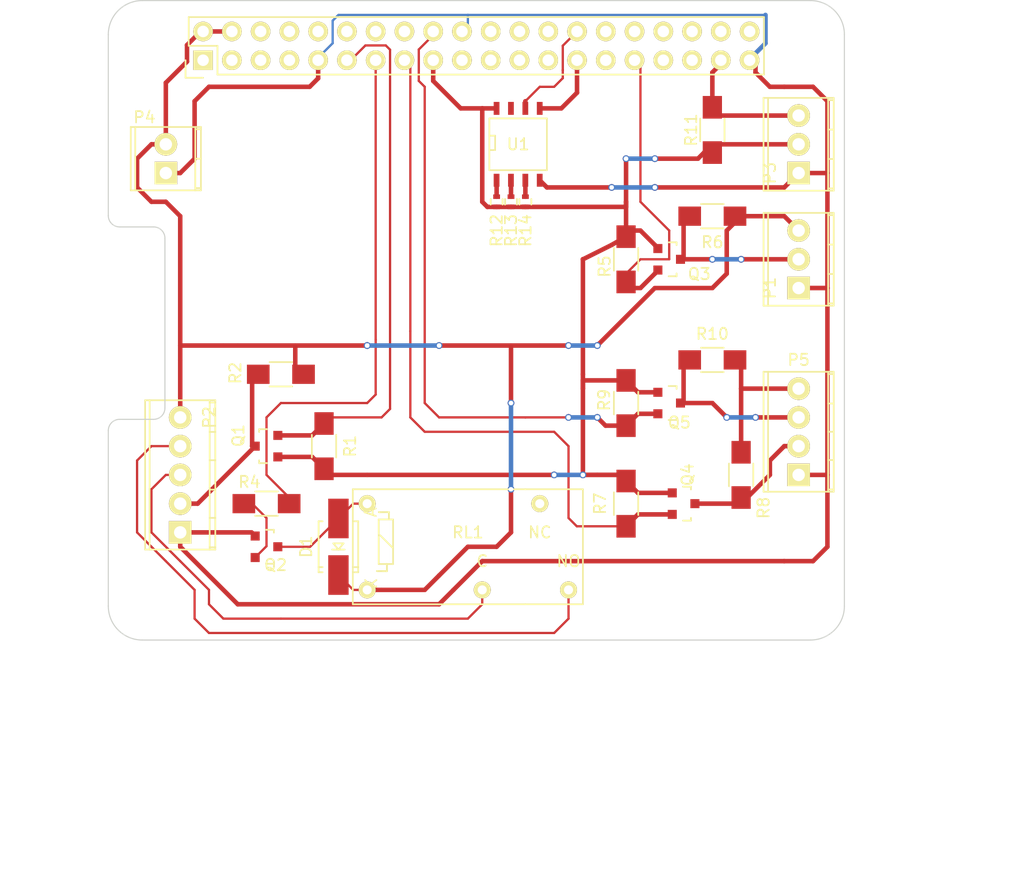
<source format=kicad_pcb>
(kicad_pcb (version 4) (host pcbnew 4.0.2-stable)

  (general
    (links 62)
    (no_connects 0)
    (area 83.769999 46.939999 148.870001 103.540001)
    (thickness 1.6)
    (drawings 27)
    (tracks 300)
    (zones 0)
    (modules 31)
    (nets 24)
  )

  (page A4)
  (layers
    (0 F.Cu signal)
    (31 B.Cu signal)
    (32 B.Adhes user)
    (33 F.Adhes user)
    (34 B.Paste user)
    (35 F.Paste user)
    (36 B.SilkS user)
    (37 F.SilkS user hide)
    (38 B.Mask user)
    (39 F.Mask user)
    (40 Dwgs.User user hide)
    (41 Cmts.User user)
    (42 Eco1.User user)
    (43 Eco2.User user)
    (44 Edge.Cuts user)
    (45 Margin user)
    (46 B.CrtYd user)
    (47 F.CrtYd user)
    (48 B.Fab user)
    (49 F.Fab user)
  )

  (setup
    (last_trace_width 0.4)
    (user_trace_width 0.1)
    (user_trace_width 0.2)
    (user_trace_width 0.4)
    (user_trace_width 0.8)
    (user_trace_width 1)
    (trace_clearance 0.2)
    (zone_clearance 0.508)
    (zone_45_only no)
    (trace_min 0.1)
    (segment_width 0.2)
    (edge_width 0.1)
    (via_size 0.6)
    (via_drill 0.4)
    (via_min_size 0.4)
    (via_min_drill 0.3)
    (uvia_size 0.3)
    (uvia_drill 0.1)
    (uvias_allowed no)
    (uvia_min_size 0.2)
    (uvia_min_drill 0.1)
    (pcb_text_width 0.3)
    (pcb_text_size 1.5 1.5)
    (mod_edge_width 0.15)
    (mod_text_size 1 1)
    (mod_text_width 0.15)
    (pad_size 2.75 2.75)
    (pad_drill 2.75)
    (pad_to_mask_clearance 0)
    (aux_axis_origin 0 0)
    (grid_origin 124.46 38.1)
    (visible_elements 7FFEFFFF)
    (pcbplotparams
      (layerselection 0x00030_80000001)
      (usegerberextensions false)
      (excludeedgelayer true)
      (linewidth 0.100000)
      (plotframeref false)
      (viasonmask false)
      (mode 1)
      (useauxorigin false)
      (hpglpennumber 1)
      (hpglpenspeed 20)
      (hpglpendiameter 15)
      (hpglpenoverlay 2)
      (psnegative false)
      (psa4output false)
      (plotreference true)
      (plotvalue true)
      (plotinvisibletext false)
      (padsonsilk false)
      (subtractmaskfromsilk false)
      (outputformat 1)
      (mirror false)
      (drillshape 0)
      (scaleselection 1)
      (outputdirectory meta/))
  )

  (net 0 "")
  (net 1 +3V3)
  (net 2 +5V)
  (net 3 GND)
  (net 4 1_WIRE)
  (net 5 LC_WORKING)
  (net 6 LC_AIR)
  (net 7 FLOW_METER)
  (net 8 LC2)
  (net 9 LC4)
  (net 10 +24V)
  (net 11 "Net-(R12-Pad1)")
  (net 12 ID_SD)
  (net 13 ID_SC)
  (net 14 MC_EXTRA_1)
  (net 15 EP1)
  (net 16 "Net-(P1-Pad2)")
  (net 17 "Net-(R13-Pad1)")
  (net 18 "Net-(R14-Pad1)")
  (net 19 LIGHTS)
  (net 20 LP2)
  (net 21 LP1)
  (net 22 "Net-(Q2-Pad2)")
  (net 23 "Net-(D1-Pad2)")

  (net_class Default "This is the default net class."
    (clearance 0.2)
    (trace_width 0.2)
    (via_dia 0.6)
    (via_drill 0.4)
    (uvia_dia 0.3)
    (uvia_drill 0.1)
    (add_net +24V)
    (add_net +3V3)
    (add_net +5V)
    (add_net 1_WIRE)
    (add_net EP1)
    (add_net FLOW_METER)
    (add_net GND)
    (add_net ID_SC)
    (add_net ID_SD)
    (add_net LC2)
    (add_net LC4)
    (add_net LC_AIR)
    (add_net LC_WORKING)
    (add_net LIGHTS)
    (add_net LP1)
    (add_net LP2)
    (add_net MC_EXTRA_1)
    (add_net "Net-(D1-Pad2)")
    (add_net "Net-(P1-Pad2)")
    (add_net "Net-(Q2-Pad2)")
    (add_net "Net-(R12-Pad1)")
    (add_net "Net-(R13-Pad1)")
    (add_net "Net-(R14-Pad1)")
  )

  (module RPi_Hat:RPi_Hat_Mounting_Hole locked (layer F.Cu) (tedit 55217CB9) (tstamp 5515DECC)
    (at 87.32 99.99)
    (descr "Mounting hole, Befestigungsbohrung, 2,7mm, No Annular, Kein Restring,")
    (tags "Mounting hole, Befestigungsbohrung, 2,7mm, No Annular, Kein Restring,")
    (fp_text reference "" (at 0 -4.0005) (layer F.SilkS) hide
      (effects (font (size 1 1) (thickness 0.15)))
    )
    (fp_text value "" (at 0.09906 3.59918) (layer F.Fab) hide
      (effects (font (size 1 1) (thickness 0.15)))
    )
    (fp_circle (center 0 0) (end 1.375 0) (layer F.Fab) (width 0.15))
    (fp_circle (center 0 0) (end 3.1 0) (layer F.Fab) (width 0.15))
    (fp_circle (center 0 0) (end 3.1 0) (layer B.Fab) (width 0.15))
    (fp_circle (center 0 0) (end 1.375 0) (layer B.Fab) (width 0.15))
    (fp_circle (center 0 0) (end 3.1 0) (layer F.CrtYd) (width 0.15))
    (fp_circle (center 0 0) (end 3.1 0) (layer B.CrtYd) (width 0.15))
    (pad "" np_thru_hole circle (at 0 0) (size 2.75 2.75) (drill 2.75) (layers *.Cu *.Mask)
      (solder_mask_margin 1.725) (clearance 1.725))
  )

  (module TO_SOT_Packages_SMD:SOT-23 (layer F.Cu) (tedit 570197C3) (tstamp 56FB2957)
    (at 97.79 86.36 90)
    (descr "SOT-23, Standard")
    (tags SOT-23)
    (path /5515D395/56FBC82F)
    (attr smd)
    (fp_text reference Q1 (at 0.93472 -2.4892 90) (layer F.SilkS)
      (effects (font (size 1 1) (thickness 0.15)))
    )
    (fp_text value BSS138 (at 0 2.3 90) (layer F.Fab)
      (effects (font (size 1 1) (thickness 0.15)))
    )
    (fp_line (start -1.65 -1.6) (end 1.65 -1.6) (layer F.CrtYd) (width 0.05))
    (fp_line (start 1.65 -1.6) (end 1.65 1.6) (layer F.CrtYd) (width 0.05))
    (fp_line (start 1.65 1.6) (end -1.65 1.6) (layer F.CrtYd) (width 0.05))
    (fp_line (start -1.65 1.6) (end -1.65 -1.6) (layer F.CrtYd) (width 0.05))
    (fp_line (start 1.29916 -0.65024) (end 1.2509 -0.65024) (layer F.SilkS) (width 0.15))
    (fp_line (start -1.49982 0.0508) (end -1.49982 -0.65024) (layer F.SilkS) (width 0.15))
    (fp_line (start -1.49982 -0.65024) (end -1.2509 -0.65024) (layer F.SilkS) (width 0.15))
    (fp_line (start 1.29916 -0.65024) (end 1.49982 -0.65024) (layer F.SilkS) (width 0.15))
    (fp_line (start 1.49982 -0.65024) (end 1.49982 0.0508) (layer F.SilkS) (width 0.15))
    (pad 1 smd rect (at -0.95 1.00076 90) (size 0.8001 0.8001) (layers F.Cu F.Paste F.Mask)
      (net 1 +3V3))
    (pad 2 smd rect (at 0.95 1.00076 90) (size 0.8001 0.8001) (layers F.Cu F.Paste F.Mask)
      (net 14 MC_EXTRA_1))
    (pad 3 smd rect (at 0 -0.99822 90) (size 0.8001 0.8001) (layers F.Cu F.Paste F.Mask)
      (net 15 EP1))
    (model TO_SOT_Packages_SMD.3dshapes/SOT-23.wrl
      (at (xyz 0 0 0))
      (scale (xyz 1 1 1))
      (rotate (xyz 0 0 0))
    )
  )

  (module TO_SOT_Packages_SMD:SOT-23 (layer F.Cu) (tedit 570197B7) (tstamp 56FB2967)
    (at 97.79 95.25 270)
    (descr "SOT-23, Standard")
    (tags SOT-23)
    (path /5515D395/57006D52)
    (attr smd)
    (fp_text reference Q2 (at 1.61544 -0.80264 360) (layer F.SilkS)
      (effects (font (size 1 1) (thickness 0.15)))
    )
    (fp_text value PN2222A (at 0 2.3 270) (layer F.Fab)
      (effects (font (size 1 1) (thickness 0.15)))
    )
    (fp_line (start -1.65 -1.6) (end 1.65 -1.6) (layer F.CrtYd) (width 0.05))
    (fp_line (start 1.65 -1.6) (end 1.65 1.6) (layer F.CrtYd) (width 0.05))
    (fp_line (start 1.65 1.6) (end -1.65 1.6) (layer F.CrtYd) (width 0.05))
    (fp_line (start -1.65 1.6) (end -1.65 -1.6) (layer F.CrtYd) (width 0.05))
    (fp_line (start 1.29916 -0.65024) (end 1.2509 -0.65024) (layer F.SilkS) (width 0.15))
    (fp_line (start -1.49982 0.0508) (end -1.49982 -0.65024) (layer F.SilkS) (width 0.15))
    (fp_line (start -1.49982 -0.65024) (end -1.2509 -0.65024) (layer F.SilkS) (width 0.15))
    (fp_line (start 1.29916 -0.65024) (end 1.49982 -0.65024) (layer F.SilkS) (width 0.15))
    (fp_line (start 1.49982 -0.65024) (end 1.49982 0.0508) (layer F.SilkS) (width 0.15))
    (pad 1 smd rect (at -0.95 1.00076 270) (size 0.8001 0.8001) (layers F.Cu F.Paste F.Mask)
      (net 3 GND))
    (pad 2 smd rect (at 0.95 1.00076 270) (size 0.8001 0.8001) (layers F.Cu F.Paste F.Mask)
      (net 22 "Net-(Q2-Pad2)"))
    (pad 3 smd rect (at 0 -0.99822 270) (size 0.8001 0.8001) (layers F.Cu F.Paste F.Mask)
      (net 23 "Net-(D1-Pad2)"))
    (model TO_SOT_Packages_SMD.3dshapes/SOT-23.wrl
      (at (xyz 0 0 0))
      (scale (xyz 1 1 1))
      (rotate (xyz 0 0 0))
    )
  )

  (module Resistors_SMD:R_1206_HandSoldering (layer F.Cu) (tedit 5418A20D) (tstamp 56FB2973)
    (at 102.87 86.36 270)
    (descr "Resistor SMD 1206, hand soldering")
    (tags "resistor 1206")
    (path /5515D395/56FBC83B)
    (attr smd)
    (fp_text reference R1 (at 0 -2.3 270) (layer F.SilkS)
      (effects (font (size 1 1) (thickness 0.15)))
    )
    (fp_text value 10k (at 0 2.3 270) (layer F.Fab)
      (effects (font (size 1 1) (thickness 0.15)))
    )
    (fp_line (start -3.3 -1.2) (end 3.3 -1.2) (layer F.CrtYd) (width 0.05))
    (fp_line (start -3.3 1.2) (end 3.3 1.2) (layer F.CrtYd) (width 0.05))
    (fp_line (start -3.3 -1.2) (end -3.3 1.2) (layer F.CrtYd) (width 0.05))
    (fp_line (start 3.3 -1.2) (end 3.3 1.2) (layer F.CrtYd) (width 0.05))
    (fp_line (start 1 1.075) (end -1 1.075) (layer F.SilkS) (width 0.15))
    (fp_line (start -1 -1.075) (end 1 -1.075) (layer F.SilkS) (width 0.15))
    (pad 1 smd rect (at -2 0 270) (size 2 1.7) (layers F.Cu F.Paste F.Mask)
      (net 14 MC_EXTRA_1))
    (pad 2 smd rect (at 2 0 270) (size 2 1.7) (layers F.Cu F.Paste F.Mask)
      (net 1 +3V3))
    (model Resistors_SMD.3dshapes/R_1206_HandSoldering.wrl
      (at (xyz 0 0 0))
      (scale (xyz 1 1 1))
      (rotate (xyz 0 0 0))
    )
  )

  (module Resistors_SMD:R_1206_HandSoldering (layer F.Cu) (tedit 570197CF) (tstamp 56FB297F)
    (at 99.06 80.01 180)
    (descr "Resistor SMD 1206, hand soldering")
    (tags "resistor 1206")
    (path /5515D395/56FBC835)
    (attr smd)
    (fp_text reference R2 (at 4.02336 0.11176 450) (layer F.SilkS)
      (effects (font (size 1 1) (thickness 0.15)))
    )
    (fp_text value 10k (at 0 2.3 180) (layer F.Fab)
      (effects (font (size 1 1) (thickness 0.15)))
    )
    (fp_line (start -3.3 -1.2) (end 3.3 -1.2) (layer F.CrtYd) (width 0.05))
    (fp_line (start -3.3 1.2) (end 3.3 1.2) (layer F.CrtYd) (width 0.05))
    (fp_line (start -3.3 -1.2) (end -3.3 1.2) (layer F.CrtYd) (width 0.05))
    (fp_line (start 3.3 -1.2) (end 3.3 1.2) (layer F.CrtYd) (width 0.05))
    (fp_line (start 1 1.075) (end -1 1.075) (layer F.SilkS) (width 0.15))
    (fp_line (start -1 -1.075) (end 1 -1.075) (layer F.SilkS) (width 0.15))
    (pad 1 smd rect (at -2 0 180) (size 2 1.7) (layers F.Cu F.Paste F.Mask)
      (net 2 +5V))
    (pad 2 smd rect (at 2 0 180) (size 2 1.7) (layers F.Cu F.Paste F.Mask)
      (net 15 EP1))
    (model Resistors_SMD.3dshapes/R_1206_HandSoldering.wrl
      (at (xyz 0 0 0))
      (scale (xyz 1 1 1))
      (rotate (xyz 0 0 0))
    )
  )

  (module Resistors_SMD:R_1206_HandSoldering (layer F.Cu) (tedit 570197BE) (tstamp 56FB2997)
    (at 97.79 91.44)
    (descr "Resistor SMD 1206, hand soldering")
    (tags "resistor 1206")
    (path /5515D395/56FB3E8A)
    (attr smd)
    (fp_text reference R4 (at -1.51384 -1.91008) (layer F.SilkS)
      (effects (font (size 1 1) (thickness 0.15)))
    )
    (fp_text value 1k (at 0 2.3) (layer F.Fab)
      (effects (font (size 1 1) (thickness 0.15)))
    )
    (fp_line (start -3.3 -1.2) (end 3.3 -1.2) (layer F.CrtYd) (width 0.05))
    (fp_line (start -3.3 1.2) (end 3.3 1.2) (layer F.CrtYd) (width 0.05))
    (fp_line (start -3.3 -1.2) (end -3.3 1.2) (layer F.CrtYd) (width 0.05))
    (fp_line (start 3.3 -1.2) (end 3.3 1.2) (layer F.CrtYd) (width 0.05))
    (fp_line (start 1 1.075) (end -1 1.075) (layer F.SilkS) (width 0.15))
    (fp_line (start -1 -1.075) (end 1 -1.075) (layer F.SilkS) (width 0.15))
    (pad 1 smd rect (at -2 0) (size 2 1.7) (layers F.Cu F.Paste F.Mask)
      (net 22 "Net-(Q2-Pad2)"))
    (pad 2 smd rect (at 2 0) (size 2 1.7) (layers F.Cu F.Paste F.Mask)
      (net 19 LIGHTS))
    (model Resistors_SMD.3dshapes/R_1206_HandSoldering.wrl
      (at (xyz 0 0 0))
      (scale (xyz 1 1 1))
      (rotate (xyz 0 0 0))
    )
  )

  (module Resistors_SMD:R_1206_HandSoldering (layer F.Cu) (tedit 5418A20D) (tstamp 56EE028F)
    (at 129.54 91.44 90)
    (descr "Resistor SMD 1206, hand soldering")
    (tags "resistor 1206")
    (path /5515D395/56EBF721)
    (attr smd)
    (fp_text reference R7 (at 0 -2.3 90) (layer F.SilkS)
      (effects (font (size 1 1) (thickness 0.15)))
    )
    (fp_text value 10k (at 0 2.3 90) (layer F.Fab)
      (effects (font (size 1 1) (thickness 0.15)))
    )
    (fp_line (start -3.3 -1.2) (end 3.3 -1.2) (layer F.CrtYd) (width 0.05))
    (fp_line (start -3.3 1.2) (end 3.3 1.2) (layer F.CrtYd) (width 0.05))
    (fp_line (start -3.3 -1.2) (end -3.3 1.2) (layer F.CrtYd) (width 0.05))
    (fp_line (start 3.3 -1.2) (end 3.3 1.2) (layer F.CrtYd) (width 0.05))
    (fp_line (start 1 1.075) (end -1 1.075) (layer F.SilkS) (width 0.15))
    (fp_line (start -1 -1.075) (end 1 -1.075) (layer F.SilkS) (width 0.15))
    (pad 1 smd rect (at -2 0 90) (size 2 1.7) (layers F.Cu F.Paste F.Mask)
      (net 5 LC_WORKING))
    (pad 2 smd rect (at 2 0 90) (size 2 1.7) (layers F.Cu F.Paste F.Mask)
      (net 1 +3V3))
    (model Resistors_SMD.3dshapes/R_1206_HandSoldering.wrl
      (at (xyz 0 0 0))
      (scale (xyz 1 1 1))
      (rotate (xyz 0 0 0))
    )
  )

  (module RPi_Hat:RPi_Hat_Mounting_Hole locked (layer F.Cu) (tedit 55217C7B) (tstamp 5515DEA9)
    (at 145.32 50.99)
    (descr "Mounting hole, Befestigungsbohrung, 2,7mm, No Annular, Kein Restring,")
    (tags "Mounting hole, Befestigungsbohrung, 2,7mm, No Annular, Kein Restring,")
    (fp_text reference "" (at 0 -4.0005) (layer F.SilkS) hide
      (effects (font (size 1 1) (thickness 0.15)))
    )
    (fp_text value "" (at 0.09906 3.59918) (layer F.Fab) hide
      (effects (font (size 1 1) (thickness 0.15)))
    )
    (fp_circle (center 0 0) (end 1.375 0) (layer F.Fab) (width 0.15))
    (fp_circle (center 0 0) (end 3.1 0) (layer F.Fab) (width 0.15))
    (fp_circle (center 0 0) (end 3.1 0) (layer B.Fab) (width 0.15))
    (fp_circle (center 0 0) (end 1.375 0) (layer B.Fab) (width 0.15))
    (fp_circle (center 0 0) (end 3.1 0) (layer F.CrtYd) (width 0.15))
    (fp_circle (center 0 0) (end 3.1 0) (layer B.CrtYd) (width 0.15))
    (pad "" np_thru_hole circle (at 0 0) (size 2.75 2.75) (drill 2.75) (layers *.Cu *.Mask)
      (solder_mask_margin 1.725) (clearance 1.725))
  )

  (module RPi_Hat:Pin_Header_Straight_2x20 locked (layer F.Cu) (tedit 570197E6) (tstamp 5516AEA0)
    (at 116.32 50.99 90)
    (descr "Through hole pin header")
    (tags "pin header")
    (path /5515D395/5516AE26)
    (fp_text reference J1 (at -4.191 -24.13 90) (layer F.SilkS) hide
      (effects (font (size 1 1) (thickness 0.15)))
    )
    (fp_text value RPi_GPIO (at -1.27 -27.23 90) (layer F.Fab)
      (effects (font (size 1 1) (thickness 0.15)))
    )
    (fp_line (start -3.02 -25.88) (end -3.02 25.92) (layer F.CrtYd) (width 0.05))
    (fp_line (start 3.03 -25.88) (end 3.03 25.92) (layer F.CrtYd) (width 0.05))
    (fp_line (start -3.02 -25.88) (end 3.03 -25.88) (layer F.CrtYd) (width 0.05))
    (fp_line (start -3.02 25.92) (end 3.03 25.92) (layer F.CrtYd) (width 0.05))
    (fp_line (start 2.54 25.4) (end 2.54 -25.4) (layer F.SilkS) (width 0.15))
    (fp_line (start -2.54 -22.86) (end -2.54 25.4) (layer F.SilkS) (width 0.15))
    (fp_line (start 2.54 25.4) (end -2.54 25.4) (layer F.SilkS) (width 0.15))
    (fp_line (start 2.54 -25.4) (end 0 -25.4) (layer F.SilkS) (width 0.15))
    (fp_line (start -1.27 -25.68) (end -2.82 -25.68) (layer F.SilkS) (width 0.15))
    (fp_line (start 0 -25.4) (end 0 -22.86) (layer F.SilkS) (width 0.15))
    (fp_line (start 0 -22.86) (end -2.54 -22.86) (layer F.SilkS) (width 0.15))
    (fp_line (start -2.82 -25.68) (end -2.82 -24.13) (layer F.SilkS) (width 0.15))
    (pad 1 thru_hole rect (at -1.27 -24.13 90) (size 1.7272 1.7272) (drill 1.016) (layers *.Cu *.Mask F.SilkS))
    (pad 2 thru_hole oval (at 1.27 -24.13 90) (size 1.7272 1.7272) (drill 1.016) (layers *.Cu *.Mask F.SilkS)
      (net 2 +5V))
    (pad 3 thru_hole oval (at -1.27 -21.59 90) (size 1.7272 1.7272) (drill 1.016) (layers *.Cu *.Mask F.SilkS))
    (pad 4 thru_hole oval (at 1.27 -21.59 90) (size 1.7272 1.7272) (drill 1.016) (layers *.Cu *.Mask F.SilkS)
      (net 2 +5V))
    (pad 5 thru_hole oval (at -1.27 -19.05 90) (size 1.7272 1.7272) (drill 1.016) (layers *.Cu *.Mask F.SilkS))
    (pad 6 thru_hole oval (at 1.27 -19.05 90) (size 1.7272 1.7272) (drill 1.016) (layers *.Cu *.Mask F.SilkS))
    (pad 7 thru_hole oval (at -1.27 -16.51 90) (size 1.7272 1.7272) (drill 1.016) (layers *.Cu *.Mask F.SilkS))
    (pad 8 thru_hole oval (at 1.27 -16.51 90) (size 1.7272 1.7272) (drill 1.016) (layers *.Cu *.Mask F.SilkS))
    (pad 9 thru_hole oval (at -1.27 -13.97 90) (size 1.7272 1.7272) (drill 1.016) (layers *.Cu *.Mask F.SilkS)
      (net 3 GND))
    (pad 10 thru_hole oval (at 1.27 -13.97 90) (size 1.7272 1.7272) (drill 1.016) (layers *.Cu *.Mask F.SilkS))
    (pad 11 thru_hole oval (at -1.27 -11.43 90) (size 1.7272 1.7272) (drill 1.016) (layers *.Cu *.Mask F.SilkS)
      (net 14 MC_EXTRA_1))
    (pad 12 thru_hole oval (at 1.27 -11.43 90) (size 1.7272 1.7272) (drill 1.016) (layers *.Cu *.Mask F.SilkS))
    (pad 13 thru_hole oval (at -1.27 -8.89 90) (size 1.7272 1.7272) (drill 1.016) (layers *.Cu *.Mask F.SilkS)
      (net 19 LIGHTS))
    (pad 14 thru_hole oval (at 1.27 -8.89 90) (size 1.7272 1.7272) (drill 1.016) (layers *.Cu *.Mask F.SilkS))
    (pad 15 thru_hole oval (at -1.27 -6.35 90) (size 1.7272 1.7272) (drill 1.016) (layers *.Cu *.Mask F.SilkS)
      (net 5 LC_WORKING))
    (pad 16 thru_hole oval (at 1.27 -6.35 90) (size 1.7272 1.7272) (drill 1.016) (layers *.Cu *.Mask F.SilkS))
    (pad 17 thru_hole oval (at -1.27 -3.81 90) (size 1.7272 1.7272) (drill 1.016) (layers *.Cu *.Mask F.SilkS)
      (net 1 +3V3))
    (pad 18 thru_hole oval (at 1.27 -3.81 90) (size 1.7272 1.7272) (drill 1.016) (layers *.Cu *.Mask F.SilkS)
      (net 6 LC_AIR))
    (pad 19 thru_hole oval (at -1.27 -1.27 90) (size 1.7272 1.7272) (drill 1.016) (layers *.Cu *.Mask F.SilkS))
    (pad 20 thru_hole oval (at 1.27 -1.27 90) (size 1.7272 1.7272) (drill 1.016) (layers *.Cu *.Mask F.SilkS)
      (net 3 GND))
    (pad 21 thru_hole oval (at -1.27 1.27 90) (size 1.7272 1.7272) (drill 1.016) (layers *.Cu *.Mask F.SilkS))
    (pad 22 thru_hole oval (at 1.27 1.27 90) (size 1.7272 1.7272) (drill 1.016) (layers *.Cu *.Mask F.SilkS))
    (pad 23 thru_hole oval (at -1.27 3.81 90) (size 1.7272 1.7272) (drill 1.016) (layers *.Cu *.Mask F.SilkS))
    (pad 24 thru_hole oval (at 1.27 3.81 90) (size 1.7272 1.7272) (drill 1.016) (layers *.Cu *.Mask F.SilkS))
    (pad 25 thru_hole oval (at -1.27 6.35 90) (size 1.7272 1.7272) (drill 1.016) (layers *.Cu *.Mask F.SilkS))
    (pad 26 thru_hole oval (at 1.27 6.35 90) (size 1.7272 1.7272) (drill 1.016) (layers *.Cu *.Mask F.SilkS))
    (pad 27 thru_hole oval (at -1.27 8.89 90) (size 1.7272 1.7272) (drill 1.016) (layers *.Cu *.Mask F.SilkS)
      (net 12 ID_SD))
    (pad 28 thru_hole oval (at 1.27 8.89 90) (size 1.7272 1.7272) (drill 1.016) (layers *.Cu *.Mask F.SilkS)
      (net 13 ID_SC))
    (pad 29 thru_hole oval (at -1.27 11.43 90) (size 1.7272 1.7272) (drill 1.016) (layers *.Cu *.Mask F.SilkS))
    (pad 30 thru_hole oval (at 1.27 11.43 90) (size 1.7272 1.7272) (drill 1.016) (layers *.Cu *.Mask F.SilkS))
    (pad 31 thru_hole oval (at -1.27 13.97 90) (size 1.7272 1.7272) (drill 1.016) (layers *.Cu *.Mask F.SilkS)
      (net 7 FLOW_METER))
    (pad 32 thru_hole oval (at 1.27 13.97 90) (size 1.7272 1.7272) (drill 1.016) (layers *.Cu *.Mask F.SilkS))
    (pad 33 thru_hole oval (at -1.27 16.51 90) (size 1.7272 1.7272) (drill 1.016) (layers *.Cu *.Mask F.SilkS))
    (pad 34 thru_hole oval (at 1.27 16.51 90) (size 1.7272 1.7272) (drill 1.016) (layers *.Cu *.Mask F.SilkS))
    (pad 35 thru_hole oval (at -1.27 19.05 90) (size 1.7272 1.7272) (drill 1.016) (layers *.Cu *.Mask F.SilkS))
    (pad 36 thru_hole oval (at 1.27 19.05 90) (size 1.7272 1.7272) (drill 1.016) (layers *.Cu *.Mask F.SilkS))
    (pad 37 thru_hole oval (at -1.27 21.59 90) (size 1.7272 1.7272) (drill 1.016) (layers *.Cu *.Mask F.SilkS)
      (net 4 1_WIRE))
    (pad 38 thru_hole oval (at 1.27 21.59 90) (size 1.7272 1.7272) (drill 1.016) (layers *.Cu *.Mask F.SilkS))
    (pad 39 thru_hole oval (at -1.27 24.13 90) (size 1.7272 1.7272) (drill 1.016) (layers *.Cu *.Mask F.SilkS)
      (net 3 GND))
    (pad 40 thru_hole oval (at 1.27 24.13 90) (size 1.7272 1.7272) (drill 1.016) (layers *.Cu *.Mask F.SilkS))
    (model Pin_Headers.3dshapes/Pin_Header_Straight_2x20.wrl
      (at (xyz 0 0 0))
      (scale (xyz 1 1 1))
      (rotate (xyz 0 0 90))
    )
  )

  (module SMD_Packages:SOIC-8-N (layer F.Cu) (tedit 56FB4C8D) (tstamp 56EEFC18)
    (at 120.00992 59.69)
    (descr "Module Narrow CMS SOJ 8 pins large")
    (tags "CMS SOJ")
    (path /5515D395/56EE24B4)
    (attr smd)
    (fp_text reference U1 (at 0 0 180) (layer F.SilkS)
      (effects (font (size 1 1) (thickness 0.15)))
    )
    (fp_text value CAT24C32WI (at 0 1.27) (layer F.Fab)
      (effects (font (size 1 1) (thickness 0.15)))
    )
    (fp_line (start -2.54 -2.286) (end 2.54 -2.286) (layer F.SilkS) (width 0.15))
    (fp_line (start 2.54 -2.286) (end 2.54 2.286) (layer F.SilkS) (width 0.15))
    (fp_line (start 2.54 2.286) (end -2.54 2.286) (layer F.SilkS) (width 0.15))
    (fp_line (start -2.54 2.286) (end -2.54 -2.286) (layer F.SilkS) (width 0.15))
    (fp_line (start -2.54 -0.762) (end -2.032 -0.762) (layer F.SilkS) (width 0.15))
    (fp_line (start -2.032 -0.762) (end -2.032 0.508) (layer F.SilkS) (width 0.15))
    (fp_line (start -2.032 0.508) (end -2.54 0.508) (layer F.SilkS) (width 0.15))
    (pad 8 smd rect (at -1.905 -3.175) (size 0.508 1.143) (layers F.Cu F.Paste F.Mask)
      (net 1 +3V3))
    (pad 7 smd rect (at -0.635 -3.175) (size 0.508 1.143) (layers F.Cu F.Paste F.Mask))
    (pad 6 smd rect (at 0.635 -3.175) (size 0.508 1.143) (layers F.Cu F.Paste F.Mask)
      (net 13 ID_SC))
    (pad 5 smd rect (at 1.905 -3.175) (size 0.508 1.143) (layers F.Cu F.Paste F.Mask)
      (net 12 ID_SD))
    (pad 4 smd rect (at 1.905 3.175) (size 0.508 1.143) (layers F.Cu F.Paste F.Mask)
      (net 3 GND))
    (pad 3 smd rect (at 0.635 3.175) (size 0.508 1.143) (layers F.Cu F.Paste F.Mask)
      (net 18 "Net-(R14-Pad1)"))
    (pad 2 smd rect (at -0.635 3.175) (size 0.508 1.143) (layers F.Cu F.Paste F.Mask)
      (net 17 "Net-(R13-Pad1)"))
    (pad 1 smd rect (at -1.905 3.175) (size 0.508 1.143) (layers F.Cu F.Paste F.Mask)
      (net 11 "Net-(R12-Pad1)"))
    (model SMD_Packages.3dshapes/SOIC-8-N.wrl
      (at (xyz 0 0 0))
      (scale (xyz 0.5 0.38 0.5))
      (rotate (xyz 0 0 0))
    )
  )

  (module RPi_Hat:RPi_Hat_Mounting_Hole locked (layer F.Cu) (tedit 55217CCB) (tstamp 55169DC9)
    (at 145.32 99.99)
    (descr "Mounting hole, Befestigungsbohrung, 2,7mm, No Annular, Kein Restring,")
    (tags "Mounting hole, Befestigungsbohrung, 2,7mm, No Annular, Kein Restring,")
    (fp_text reference "" (at 0 -4.0005) (layer F.SilkS) hide
      (effects (font (size 1 1) (thickness 0.15)))
    )
    (fp_text value "" (at 0.09906 3.59918) (layer F.Fab) hide
      (effects (font (size 1 1) (thickness 0.15)))
    )
    (fp_circle (center 0 0) (end 1.375 0) (layer F.Fab) (width 0.15))
    (fp_circle (center 0 0) (end 3.1 0) (layer F.Fab) (width 0.15))
    (fp_circle (center 0 0) (end 3.1 0) (layer B.Fab) (width 0.15))
    (fp_circle (center 0 0) (end 1.375 0) (layer B.Fab) (width 0.15))
    (fp_circle (center 0 0) (end 3.1 0) (layer F.CrtYd) (width 0.15))
    (fp_circle (center 0 0) (end 3.1 0) (layer B.CrtYd) (width 0.15))
    (pad "" np_thru_hole circle (at 0 0) (size 2.75 2.75) (drill 2.75) (layers *.Cu *.Mask)
      (solder_mask_margin 1.725) (clearance 1.725))
  )

  (module RPi_Hat:RPi_Hat_Mounting_Hole locked (layer F.Cu) (tedit 55217CA2) (tstamp 5515DEBF)
    (at 87.32 50.99)
    (descr "Mounting hole, Befestigungsbohrung, 2,7mm, No Annular, Kein Restring,")
    (tags "Mounting hole, Befestigungsbohrung, 2,7mm, No Annular, Kein Restring,")
    (fp_text reference "" (at 0 -4.0005) (layer F.SilkS) hide
      (effects (font (size 1 1) (thickness 0.15)))
    )
    (fp_text value "" (at 0.09906 3.59918) (layer F.Fab) hide
      (effects (font (size 1 1) (thickness 0.15)))
    )
    (fp_circle (center 0 0) (end 1.375 0) (layer F.Fab) (width 0.15))
    (fp_circle (center 0 0) (end 3.1 0) (layer F.Fab) (width 0.15))
    (fp_circle (center 0 0) (end 3.1 0) (layer B.Fab) (width 0.15))
    (fp_circle (center 0 0) (end 1.375 0) (layer B.Fab) (width 0.15))
    (fp_circle (center 0 0) (end 3.1 0) (layer F.CrtYd) (width 0.15))
    (fp_circle (center 0 0) (end 3.1 0) (layer B.CrtYd) (width 0.15))
    (pad "" np_thru_hole circle (at 0 0) (size 2.75 2.75) (drill 2.75) (layers *.Cu *.Mask)
      (solder_mask_margin 1.725) (clearance 1.725))
  )

  (module TO_SOT_Packages_SMD:SOT-23 (layer F.Cu) (tedit 57019821) (tstamp 56EE0269)
    (at 133.35 69.85 270)
    (descr "SOT-23, Standard")
    (tags SOT-23)
    (path /5515D395/56EB9C16)
    (attr smd)
    (fp_text reference Q3 (at 1.30175 -2.65557 360) (layer F.SilkS)
      (effects (font (size 1 1) (thickness 0.15)))
    )
    (fp_text value BSS138 (at 0 2.3 270) (layer F.Fab)
      (effects (font (size 1 1) (thickness 0.15)))
    )
    (fp_line (start -1.65 -1.6) (end 1.65 -1.6) (layer F.CrtYd) (width 0.05))
    (fp_line (start 1.65 -1.6) (end 1.65 1.6) (layer F.CrtYd) (width 0.05))
    (fp_line (start 1.65 1.6) (end -1.65 1.6) (layer F.CrtYd) (width 0.05))
    (fp_line (start -1.65 1.6) (end -1.65 -1.6) (layer F.CrtYd) (width 0.05))
    (fp_line (start 1.29916 -0.65024) (end 1.2509 -0.65024) (layer F.SilkS) (width 0.15))
    (fp_line (start -1.49982 0.0508) (end -1.49982 -0.65024) (layer F.SilkS) (width 0.15))
    (fp_line (start -1.49982 -0.65024) (end -1.2509 -0.65024) (layer F.SilkS) (width 0.15))
    (fp_line (start 1.29916 -0.65024) (end 1.49982 -0.65024) (layer F.SilkS) (width 0.15))
    (fp_line (start 1.49982 -0.65024) (end 1.49982 0.0508) (layer F.SilkS) (width 0.15))
    (pad 1 smd rect (at -0.95 1.00076 270) (size 0.8001 0.8001) (layers F.Cu F.Paste F.Mask)
      (net 1 +3V3))
    (pad 2 smd rect (at 0.95 1.00076 270) (size 0.8001 0.8001) (layers F.Cu F.Paste F.Mask)
      (net 7 FLOW_METER))
    (pad 3 smd rect (at 0 -0.99822 270) (size 0.8001 0.8001) (layers F.Cu F.Paste F.Mask)
      (net 16 "Net-(P1-Pad2)"))
    (model TO_SOT_Packages_SMD.3dshapes/SOT-23.wrl
      (at (xyz 0 0 0))
      (scale (xyz 1 1 1))
      (rotate (xyz 0 0 0))
    )
  )

  (module TO_SOT_Packages_SMD:SOT-23 (layer F.Cu) (tedit 57019799) (tstamp 56EE0270)
    (at 134.62 91.44 270)
    (descr "SOT-23, Standard")
    (tags SOT-23)
    (path /5515D395/56EB9E87)
    (attr smd)
    (fp_text reference Q4 (at -2.56286 -0.35814 270) (layer F.SilkS)
      (effects (font (size 1 1) (thickness 0.15)))
    )
    (fp_text value BSS138 (at 0 2.3 270) (layer F.Fab)
      (effects (font (size 1 1) (thickness 0.15)))
    )
    (fp_line (start -1.65 -1.6) (end 1.65 -1.6) (layer F.CrtYd) (width 0.05))
    (fp_line (start 1.65 -1.6) (end 1.65 1.6) (layer F.CrtYd) (width 0.05))
    (fp_line (start 1.65 1.6) (end -1.65 1.6) (layer F.CrtYd) (width 0.05))
    (fp_line (start -1.65 1.6) (end -1.65 -1.6) (layer F.CrtYd) (width 0.05))
    (fp_line (start 1.29916 -0.65024) (end 1.2509 -0.65024) (layer F.SilkS) (width 0.15))
    (fp_line (start -1.49982 0.0508) (end -1.49982 -0.65024) (layer F.SilkS) (width 0.15))
    (fp_line (start -1.49982 -0.65024) (end -1.2509 -0.65024) (layer F.SilkS) (width 0.15))
    (fp_line (start 1.29916 -0.65024) (end 1.49982 -0.65024) (layer F.SilkS) (width 0.15))
    (fp_line (start 1.49982 -0.65024) (end 1.49982 0.0508) (layer F.SilkS) (width 0.15))
    (pad 1 smd rect (at -0.95 1.00076 270) (size 0.8001 0.8001) (layers F.Cu F.Paste F.Mask)
      (net 1 +3V3))
    (pad 2 smd rect (at 0.95 1.00076 270) (size 0.8001 0.8001) (layers F.Cu F.Paste F.Mask)
      (net 5 LC_WORKING))
    (pad 3 smd rect (at 0 -0.99822 270) (size 0.8001 0.8001) (layers F.Cu F.Paste F.Mask)
      (net 8 LC2))
    (model TO_SOT_Packages_SMD.3dshapes/SOT-23.wrl
      (at (xyz 0 0 0))
      (scale (xyz 1 1 1))
      (rotate (xyz 0 0 0))
    )
  )

  (module TO_SOT_Packages_SMD:SOT-23 (layer F.Cu) (tedit 57019767) (tstamp 56EE0277)
    (at 133.35 82.55 270)
    (descr "SOT-23, Standard")
    (tags SOT-23)
    (path /5515D395/56EB9F77)
    (attr smd)
    (fp_text reference Q5 (at 1.7272 -0.89916 540) (layer F.SilkS)
      (effects (font (size 1 1) (thickness 0.15)))
    )
    (fp_text value BSS138 (at 0 2.3 270) (layer F.Fab)
      (effects (font (size 1 1) (thickness 0.15)))
    )
    (fp_line (start -1.65 -1.6) (end 1.65 -1.6) (layer F.CrtYd) (width 0.05))
    (fp_line (start 1.65 -1.6) (end 1.65 1.6) (layer F.CrtYd) (width 0.05))
    (fp_line (start 1.65 1.6) (end -1.65 1.6) (layer F.CrtYd) (width 0.05))
    (fp_line (start -1.65 1.6) (end -1.65 -1.6) (layer F.CrtYd) (width 0.05))
    (fp_line (start 1.29916 -0.65024) (end 1.2509 -0.65024) (layer F.SilkS) (width 0.15))
    (fp_line (start -1.49982 0.0508) (end -1.49982 -0.65024) (layer F.SilkS) (width 0.15))
    (fp_line (start -1.49982 -0.65024) (end -1.2509 -0.65024) (layer F.SilkS) (width 0.15))
    (fp_line (start 1.29916 -0.65024) (end 1.49982 -0.65024) (layer F.SilkS) (width 0.15))
    (fp_line (start 1.49982 -0.65024) (end 1.49982 0.0508) (layer F.SilkS) (width 0.15))
    (pad 1 smd rect (at -0.95 1.00076 270) (size 0.8001 0.8001) (layers F.Cu F.Paste F.Mask)
      (net 1 +3V3))
    (pad 2 smd rect (at 0.95 1.00076 270) (size 0.8001 0.8001) (layers F.Cu F.Paste F.Mask)
      (net 6 LC_AIR))
    (pad 3 smd rect (at 0 -0.99822 270) (size 0.8001 0.8001) (layers F.Cu F.Paste F.Mask)
      (net 9 LC4))
    (model TO_SOT_Packages_SMD.3dshapes/SOT-23.wrl
      (at (xyz 0 0 0))
      (scale (xyz 1 1 1))
      (rotate (xyz 0 0 0))
    )
  )

  (module Resistors_SMD:R_1206_HandSoldering (layer F.Cu) (tedit 57019812) (tstamp 56EE027D)
    (at 137.16 58.42 270)
    (descr "Resistor SMD 1206, hand soldering")
    (tags "resistor 1206")
    (path /5515D395/56EB7361)
    (attr smd)
    (fp_text reference R11 (at 0.00254 1.87452 270) (layer F.SilkS)
      (effects (font (size 1 1) (thickness 0.15)))
    )
    (fp_text value 4k7 (at 0 2.3 270) (layer F.Fab)
      (effects (font (size 1 1) (thickness 0.15)))
    )
    (fp_line (start -3.3 -1.2) (end 3.3 -1.2) (layer F.CrtYd) (width 0.05))
    (fp_line (start -3.3 1.2) (end 3.3 1.2) (layer F.CrtYd) (width 0.05))
    (fp_line (start -3.3 -1.2) (end -3.3 1.2) (layer F.CrtYd) (width 0.05))
    (fp_line (start 3.3 -1.2) (end 3.3 1.2) (layer F.CrtYd) (width 0.05))
    (fp_line (start 1 1.075) (end -1 1.075) (layer F.SilkS) (width 0.15))
    (fp_line (start -1 -1.075) (end 1 -1.075) (layer F.SilkS) (width 0.15))
    (pad 1 smd rect (at -2 0 270) (size 2 1.7) (layers F.Cu F.Paste F.Mask)
      (net 4 1_WIRE))
    (pad 2 smd rect (at 2 0 270) (size 2 1.7) (layers F.Cu F.Paste F.Mask)
      (net 1 +3V3))
    (model Resistors_SMD.3dshapes/R_1206_HandSoldering.wrl
      (at (xyz 0 0 0))
      (scale (xyz 1 1 1))
      (rotate (xyz 0 0 0))
    )
  )

  (module Resistors_SMD:R_1206_HandSoldering (layer F.Cu) (tedit 57019826) (tstamp 56EE0283)
    (at 129.54 69.85 270)
    (descr "Resistor SMD 1206, hand soldering")
    (tags "resistor 1206")
    (path /5515D395/56EBAC6F)
    (attr smd)
    (fp_text reference R5 (at 0.635 1.88976 270) (layer F.SilkS)
      (effects (font (size 1 1) (thickness 0.15)))
    )
    (fp_text value 10k (at 0 2.3 270) (layer F.Fab)
      (effects (font (size 1 1) (thickness 0.15)))
    )
    (fp_line (start -3.3 -1.2) (end 3.3 -1.2) (layer F.CrtYd) (width 0.05))
    (fp_line (start -3.3 1.2) (end 3.3 1.2) (layer F.CrtYd) (width 0.05))
    (fp_line (start -3.3 -1.2) (end -3.3 1.2) (layer F.CrtYd) (width 0.05))
    (fp_line (start 3.3 -1.2) (end 3.3 1.2) (layer F.CrtYd) (width 0.05))
    (fp_line (start 1 1.075) (end -1 1.075) (layer F.SilkS) (width 0.15))
    (fp_line (start -1 -1.075) (end 1 -1.075) (layer F.SilkS) (width 0.15))
    (pad 1 smd rect (at -2 0 270) (size 2 1.7) (layers F.Cu F.Paste F.Mask)
      (net 1 +3V3))
    (pad 2 smd rect (at 2 0 270) (size 2 1.7) (layers F.Cu F.Paste F.Mask)
      (net 7 FLOW_METER))
    (model Resistors_SMD.3dshapes/R_1206_HandSoldering.wrl
      (at (xyz 0 0 0))
      (scale (xyz 1 1 1))
      (rotate (xyz 0 0 0))
    )
  )

  (module Resistors_SMD:R_1206_HandSoldering (layer F.Cu) (tedit 5418A20D) (tstamp 56EE0289)
    (at 137.16 66.04 180)
    (descr "Resistor SMD 1206, hand soldering")
    (tags "resistor 1206")
    (path /5515D395/56EBB79C)
    (attr smd)
    (fp_text reference R6 (at 0 -2.3 180) (layer F.SilkS)
      (effects (font (size 1 1) (thickness 0.15)))
    )
    (fp_text value 10k (at 0 2.3 180) (layer F.Fab)
      (effects (font (size 1 1) (thickness 0.15)))
    )
    (fp_line (start -3.3 -1.2) (end 3.3 -1.2) (layer F.CrtYd) (width 0.05))
    (fp_line (start -3.3 1.2) (end 3.3 1.2) (layer F.CrtYd) (width 0.05))
    (fp_line (start -3.3 -1.2) (end -3.3 1.2) (layer F.CrtYd) (width 0.05))
    (fp_line (start 3.3 -1.2) (end 3.3 1.2) (layer F.CrtYd) (width 0.05))
    (fp_line (start 1 1.075) (end -1 1.075) (layer F.SilkS) (width 0.15))
    (fp_line (start -1 -1.075) (end 1 -1.075) (layer F.SilkS) (width 0.15))
    (pad 1 smd rect (at -2 0 180) (size 2 1.7) (layers F.Cu F.Paste F.Mask)
      (net 2 +5V))
    (pad 2 smd rect (at 2 0 180) (size 2 1.7) (layers F.Cu F.Paste F.Mask)
      (net 16 "Net-(P1-Pad2)"))
    (model Resistors_SMD.3dshapes/R_1206_HandSoldering.wrl
      (at (xyz 0 0 0))
      (scale (xyz 1 1 1))
      (rotate (xyz 0 0 0))
    )
  )

  (module Resistors_SMD:R_1206_HandSoldering (layer F.Cu) (tedit 57019792) (tstamp 56EE0295)
    (at 139.7 88.9 270)
    (descr "Resistor SMD 1206, hand soldering")
    (tags "resistor 1206")
    (path /5515D395/56EBF6BA)
    (attr smd)
    (fp_text reference R8 (at 2.91084 -1.98374 270) (layer F.SilkS)
      (effects (font (size 1 1) (thickness 0.15)))
    )
    (fp_text value 10k (at 0 2.3 270) (layer F.Fab)
      (effects (font (size 1 1) (thickness 0.15)))
    )
    (fp_line (start -3.3 -1.2) (end 3.3 -1.2) (layer F.CrtYd) (width 0.05))
    (fp_line (start -3.3 1.2) (end 3.3 1.2) (layer F.CrtYd) (width 0.05))
    (fp_line (start -3.3 -1.2) (end -3.3 1.2) (layer F.CrtYd) (width 0.05))
    (fp_line (start 3.3 -1.2) (end 3.3 1.2) (layer F.CrtYd) (width 0.05))
    (fp_line (start 1 1.075) (end -1 1.075) (layer F.SilkS) (width 0.15))
    (fp_line (start -1 -1.075) (end 1 -1.075) (layer F.SilkS) (width 0.15))
    (pad 1 smd rect (at -2 0 270) (size 2 1.7) (layers F.Cu F.Paste F.Mask)
      (net 10 +24V))
    (pad 2 smd rect (at 2 0 270) (size 2 1.7) (layers F.Cu F.Paste F.Mask)
      (net 8 LC2))
    (model Resistors_SMD.3dshapes/R_1206_HandSoldering.wrl
      (at (xyz 0 0 0))
      (scale (xyz 1 1 1))
      (rotate (xyz 0 0 0))
    )
  )

  (module Resistors_SMD:R_1206_HandSoldering (layer F.Cu) (tedit 57019770) (tstamp 56EE029B)
    (at 129.54 82.55 90)
    (descr "Resistor SMD 1206, hand soldering")
    (tags "resistor 1206")
    (path /5515D395/56EC1072)
    (attr smd)
    (fp_text reference R9 (at 0.26924 -1.93548 90) (layer F.SilkS)
      (effects (font (size 1 1) (thickness 0.15)))
    )
    (fp_text value 10k (at 0 2.3 90) (layer F.Fab)
      (effects (font (size 1 1) (thickness 0.15)))
    )
    (fp_line (start -3.3 -1.2) (end 3.3 -1.2) (layer F.CrtYd) (width 0.05))
    (fp_line (start -3.3 1.2) (end 3.3 1.2) (layer F.CrtYd) (width 0.05))
    (fp_line (start -3.3 -1.2) (end -3.3 1.2) (layer F.CrtYd) (width 0.05))
    (fp_line (start 3.3 -1.2) (end 3.3 1.2) (layer F.CrtYd) (width 0.05))
    (fp_line (start 1 1.075) (end -1 1.075) (layer F.SilkS) (width 0.15))
    (fp_line (start -1 -1.075) (end 1 -1.075) (layer F.SilkS) (width 0.15))
    (pad 1 smd rect (at -2 0 90) (size 2 1.7) (layers F.Cu F.Paste F.Mask)
      (net 6 LC_AIR))
    (pad 2 smd rect (at 2 0 90) (size 2 1.7) (layers F.Cu F.Paste F.Mask)
      (net 1 +3V3))
    (model Resistors_SMD.3dshapes/R_1206_HandSoldering.wrl
      (at (xyz 0 0 0))
      (scale (xyz 1 1 1))
      (rotate (xyz 0 0 0))
    )
  )

  (module Resistors_SMD:R_1206_HandSoldering (layer F.Cu) (tedit 5418A20D) (tstamp 56EE02A1)
    (at 137.16 78.74)
    (descr "Resistor SMD 1206, hand soldering")
    (tags "resistor 1206")
    (path /5515D395/56EC127C)
    (attr smd)
    (fp_text reference R10 (at 0 -2.3) (layer F.SilkS)
      (effects (font (size 1 1) (thickness 0.15)))
    )
    (fp_text value 10k (at 0 2.3) (layer F.Fab)
      (effects (font (size 1 1) (thickness 0.15)))
    )
    (fp_line (start -3.3 -1.2) (end 3.3 -1.2) (layer F.CrtYd) (width 0.05))
    (fp_line (start -3.3 1.2) (end 3.3 1.2) (layer F.CrtYd) (width 0.05))
    (fp_line (start -3.3 -1.2) (end -3.3 1.2) (layer F.CrtYd) (width 0.05))
    (fp_line (start 3.3 -1.2) (end 3.3 1.2) (layer F.CrtYd) (width 0.05))
    (fp_line (start 1 1.075) (end -1 1.075) (layer F.SilkS) (width 0.15))
    (fp_line (start -1 -1.075) (end 1 -1.075) (layer F.SilkS) (width 0.15))
    (pad 1 smd rect (at -2 0) (size 2 1.7) (layers F.Cu F.Paste F.Mask)
      (net 9 LC4))
    (pad 2 smd rect (at 2 0) (size 2 1.7) (layers F.Cu F.Paste F.Mask)
      (net 10 +24V))
    (model Resistors_SMD.3dshapes/R_1206_HandSoldering.wrl
      (at (xyz 0 0 0))
      (scale (xyz 1 1 1))
      (rotate (xyz 0 0 0))
    )
  )

  (module Resistors_SMD:R_0402 (layer F.Cu) (tedit 570197FB) (tstamp 56FB3A61)
    (at 118.11 64.77 270)
    (descr "Resistor SMD 0402, reflow soldering, Vishay (see dcrcw.pdf)")
    (tags "resistor 0402")
    (path /5515D395/56EEFC93)
    (attr smd)
    (fp_text reference R12 (at 2.54 0 270) (layer F.SilkS)
      (effects (font (size 1 1) (thickness 0.15)))
    )
    (fp_text value 0 (at 0 1.8 270) (layer F.Fab)
      (effects (font (size 1 1) (thickness 0.15)))
    )
    (fp_line (start -0.95 -0.65) (end 0.95 -0.65) (layer F.CrtYd) (width 0.05))
    (fp_line (start -0.95 0.65) (end 0.95 0.65) (layer F.CrtYd) (width 0.05))
    (fp_line (start -0.95 -0.65) (end -0.95 0.65) (layer F.CrtYd) (width 0.05))
    (fp_line (start 0.95 -0.65) (end 0.95 0.65) (layer F.CrtYd) (width 0.05))
    (fp_line (start 0.25 -0.525) (end -0.25 -0.525) (layer F.SilkS) (width 0.15))
    (fp_line (start -0.25 0.525) (end 0.25 0.525) (layer F.SilkS) (width 0.15))
    (pad 1 smd rect (at -0.45 0 270) (size 0.4 0.6) (layers F.Cu F.Paste F.Mask)
      (net 11 "Net-(R12-Pad1)"))
    (pad 2 smd rect (at 0.45 0 270) (size 0.4 0.6) (layers F.Cu F.Paste F.Mask)
      (net 1 +3V3))
    (model Resistors_SMD.3dshapes/R_0402.wrl
      (at (xyz 0 0 0))
      (scale (xyz 1 1 1))
      (rotate (xyz 0 0 0))
    )
  )

  (module Resistors_SMD:R_0402 (layer F.Cu) (tedit 570197F9) (tstamp 56FB3A6C)
    (at 119.38 64.77 270)
    (descr "Resistor SMD 0402, reflow soldering, Vishay (see dcrcw.pdf)")
    (tags "resistor 0402")
    (path /5515D395/56EEFD22)
    (attr smd)
    (fp_text reference R13 (at 2.54 0 270) (layer F.SilkS)
      (effects (font (size 1 1) (thickness 0.15)))
    )
    (fp_text value 0 (at 0 1.8 270) (layer F.Fab)
      (effects (font (size 1 1) (thickness 0.15)))
    )
    (fp_line (start -0.95 -0.65) (end 0.95 -0.65) (layer F.CrtYd) (width 0.05))
    (fp_line (start -0.95 0.65) (end 0.95 0.65) (layer F.CrtYd) (width 0.05))
    (fp_line (start -0.95 -0.65) (end -0.95 0.65) (layer F.CrtYd) (width 0.05))
    (fp_line (start 0.95 -0.65) (end 0.95 0.65) (layer F.CrtYd) (width 0.05))
    (fp_line (start 0.25 -0.525) (end -0.25 -0.525) (layer F.SilkS) (width 0.15))
    (fp_line (start -0.25 0.525) (end 0.25 0.525) (layer F.SilkS) (width 0.15))
    (pad 1 smd rect (at -0.45 0 270) (size 0.4 0.6) (layers F.Cu F.Paste F.Mask)
      (net 17 "Net-(R13-Pad1)"))
    (pad 2 smd rect (at 0.45 0 270) (size 0.4 0.6) (layers F.Cu F.Paste F.Mask)
      (net 1 +3V3))
    (model Resistors_SMD.3dshapes/R_0402.wrl
      (at (xyz 0 0 0))
      (scale (xyz 1 1 1))
      (rotate (xyz 0 0 0))
    )
  )

  (module Resistors_SMD:R_0402 (layer F.Cu) (tedit 570197FE) (tstamp 56FB3A77)
    (at 120.65 64.77 270)
    (descr "Resistor SMD 0402, reflow soldering, Vishay (see dcrcw.pdf)")
    (tags "resistor 0402")
    (path /5515D395/56EEFD77)
    (attr smd)
    (fp_text reference R14 (at 2.54 0 270) (layer F.SilkS)
      (effects (font (size 1 1) (thickness 0.15)))
    )
    (fp_text value 0 (at 0 1.8 270) (layer F.Fab)
      (effects (font (size 1 1) (thickness 0.15)))
    )
    (fp_line (start -0.95 -0.65) (end 0.95 -0.65) (layer F.CrtYd) (width 0.05))
    (fp_line (start -0.95 0.65) (end 0.95 0.65) (layer F.CrtYd) (width 0.05))
    (fp_line (start -0.95 -0.65) (end -0.95 0.65) (layer F.CrtYd) (width 0.05))
    (fp_line (start 0.95 -0.65) (end 0.95 0.65) (layer F.CrtYd) (width 0.05))
    (fp_line (start 0.25 -0.525) (end -0.25 -0.525) (layer F.SilkS) (width 0.15))
    (fp_line (start -0.25 0.525) (end 0.25 0.525) (layer F.SilkS) (width 0.15))
    (pad 1 smd rect (at -0.45 0 270) (size 0.4 0.6) (layers F.Cu F.Paste F.Mask)
      (net 18 "Net-(R14-Pad1)"))
    (pad 2 smd rect (at 0.45 0 270) (size 0.4 0.6) (layers F.Cu F.Paste F.Mask)
      (net 1 +3V3))
    (model Resistors_SMD.3dshapes/R_0402.wrl
      (at (xyz 0 0 0))
      (scale (xyz 1 1 1))
      (rotate (xyz 0 0 0))
    )
  )

  (module Terminal_Blocks:TerminalBlock_Pheonix_MPT-2.54mm_3pol (layer F.Cu) (tedit 57019806) (tstamp 56FB467B)
    (at 144.78 72.39 90)
    (descr "3-way 2.54mm pitch terminal block, Phoenix MPT series")
    (path /5515D395/56EB7785)
    (fp_text reference P1 (at 0 -2.54 90) (layer F.SilkS)
      (effects (font (size 1 1) (thickness 0.15)))
    )
    (fp_text value "Flow Meter" (at 2.54 4.50088 90) (layer F.Fab)
      (effects (font (size 1 1) (thickness 0.15)))
    )
    (fp_line (start -1.778 3.302) (end 6.858 3.302) (layer F.CrtYd) (width 0.05))
    (fp_line (start -1.778 -3.302) (end -1.778 3.302) (layer F.CrtYd) (width 0.05))
    (fp_line (start 6.858 -3.302) (end -1.778 -3.302) (layer F.CrtYd) (width 0.05))
    (fp_line (start 6.858 3.302) (end 6.858 -3.302) (layer F.CrtYd) (width 0.05))
    (fp_line (start 6.63956 -3.0988) (end -1.55956 -3.0988) (layer F.SilkS) (width 0.15))
    (fp_line (start 6.63956 -2.70002) (end -1.55956 -2.70002) (layer F.SilkS) (width 0.15))
    (fp_line (start 6.63956 2.60096) (end -1.55956 2.60096) (layer F.SilkS) (width 0.15))
    (fp_line (start -1.55956 3.0988) (end 6.63956 3.0988) (layer F.SilkS) (width 0.15))
    (fp_line (start 3.84048 2.60096) (end 3.84048 3.0988) (layer F.SilkS) (width 0.15))
    (fp_line (start -1.3589 3.0988) (end -1.3589 2.60096) (layer F.SilkS) (width 0.15))
    (fp_line (start 6.44144 2.60096) (end 6.44144 3.0988) (layer F.SilkS) (width 0.15))
    (fp_line (start 1.24206 3.0988) (end 1.24206 2.60096) (layer F.SilkS) (width 0.15))
    (fp_line (start 6.63956 3.0988) (end 6.63956 -3.0988) (layer F.SilkS) (width 0.15))
    (fp_line (start -1.55702 -3.0988) (end -1.55702 3.0988) (layer F.SilkS) (width 0.15))
    (pad 3 thru_hole oval (at 5.08 0 90) (size 1.99898 1.99898) (drill 1.09728) (layers *.Cu *.Mask F.SilkS)
      (net 2 +5V))
    (pad 1 thru_hole rect (at 0 0 90) (size 1.99898 1.99898) (drill 1.09728) (layers *.Cu *.Mask F.SilkS)
      (net 3 GND))
    (pad 2 thru_hole oval (at 2.54 0 90) (size 1.99898 1.99898) (drill 1.09728) (layers *.Cu *.Mask F.SilkS)
      (net 16 "Net-(P1-Pad2)"))
    (model Terminal_Blocks.3dshapes/TerminalBlock_Pheonix_MPT-2.54mm_3pol.wrl
      (at (xyz 0.1 0 0))
      (scale (xyz 1 1 1))
      (rotate (xyz 0 0 0))
    )
  )

  (module Terminal_Blocks:TerminalBlock_Pheonix_MPT-2.54mm_3pol (layer F.Cu) (tedit 5701980C) (tstamp 56FB46A5)
    (at 144.78 62.23 90)
    (descr "3-way 2.54mm pitch terminal block, Phoenix MPT series")
    (path /5515D395/56EB75A5)
    (fp_text reference P3 (at 0 -2.54 90) (layer F.SilkS)
      (effects (font (size 1 1) (thickness 0.15)))
    )
    (fp_text value "1 Wire" (at 2.54 4.50088 90) (layer F.Fab)
      (effects (font (size 1 1) (thickness 0.15)))
    )
    (fp_line (start -1.778 3.302) (end 6.858 3.302) (layer F.CrtYd) (width 0.05))
    (fp_line (start -1.778 -3.302) (end -1.778 3.302) (layer F.CrtYd) (width 0.05))
    (fp_line (start 6.858 -3.302) (end -1.778 -3.302) (layer F.CrtYd) (width 0.05))
    (fp_line (start 6.858 3.302) (end 6.858 -3.302) (layer F.CrtYd) (width 0.05))
    (fp_line (start 6.63956 -3.0988) (end -1.55956 -3.0988) (layer F.SilkS) (width 0.15))
    (fp_line (start 6.63956 -2.70002) (end -1.55956 -2.70002) (layer F.SilkS) (width 0.15))
    (fp_line (start 6.63956 2.60096) (end -1.55956 2.60096) (layer F.SilkS) (width 0.15))
    (fp_line (start -1.55956 3.0988) (end 6.63956 3.0988) (layer F.SilkS) (width 0.15))
    (fp_line (start 3.84048 2.60096) (end 3.84048 3.0988) (layer F.SilkS) (width 0.15))
    (fp_line (start -1.3589 3.0988) (end -1.3589 2.60096) (layer F.SilkS) (width 0.15))
    (fp_line (start 6.44144 2.60096) (end 6.44144 3.0988) (layer F.SilkS) (width 0.15))
    (fp_line (start 1.24206 3.0988) (end 1.24206 2.60096) (layer F.SilkS) (width 0.15))
    (fp_line (start 6.63956 3.0988) (end 6.63956 -3.0988) (layer F.SilkS) (width 0.15))
    (fp_line (start -1.55702 -3.0988) (end -1.55702 3.0988) (layer F.SilkS) (width 0.15))
    (pad 3 thru_hole oval (at 5.08 0 90) (size 1.99898 1.99898) (drill 1.09728) (layers *.Cu *.Mask F.SilkS)
      (net 4 1_WIRE))
    (pad 1 thru_hole rect (at 0 0 90) (size 1.99898 1.99898) (drill 1.09728) (layers *.Cu *.Mask F.SilkS)
      (net 3 GND))
    (pad 2 thru_hole oval (at 2.54 0 90) (size 1.99898 1.99898) (drill 1.09728) (layers *.Cu *.Mask F.SilkS)
      (net 1 +3V3))
    (model Terminal_Blocks.3dshapes/TerminalBlock_Pheonix_MPT-2.54mm_3pol.wrl
      (at (xyz 0.1 0 0))
      (scale (xyz 1 1 1))
      (rotate (xyz 0 0 0))
    )
  )

  (module Terminal_Blocks:TerminalBlock_Pheonix_MPT-2.54mm_2pol (layer F.Cu) (tedit 570197DB) (tstamp 56FB46CB)
    (at 88.9 62.23 90)
    (descr "2-way 2.54mm pitch terminal block, Phoenix MPT series")
    (path /5515D395/56FC859F)
    (fp_text reference P4 (at 4.9276 -1.88976 360) (layer F.SilkS)
      (effects (font (size 1 1) (thickness 0.15)))
    )
    (fp_text value Display (at 1.27 4.50088 90) (layer F.Fab)
      (effects (font (size 1 1) (thickness 0.15)))
    )
    (fp_line (start -1.7 -3.3) (end 4.3 -3.3) (layer F.CrtYd) (width 0.05))
    (fp_line (start -1.7 3.3) (end -1.7 -3.3) (layer F.CrtYd) (width 0.05))
    (fp_line (start 4.3 3.3) (end -1.7 3.3) (layer F.CrtYd) (width 0.05))
    (fp_line (start 4.3 -3.3) (end 4.3 3.3) (layer F.CrtYd) (width 0.05))
    (fp_line (start 4.06908 2.60096) (end -1.52908 2.60096) (layer F.SilkS) (width 0.15))
    (fp_line (start -1.33096 3.0988) (end -1.33096 2.60096) (layer F.SilkS) (width 0.15))
    (fp_line (start 3.87096 2.60096) (end 3.87096 3.0988) (layer F.SilkS) (width 0.15))
    (fp_line (start 1.27 3.0988) (end 1.27 2.60096) (layer F.SilkS) (width 0.15))
    (fp_line (start -1.52908 -2.70002) (end 4.06908 -2.70002) (layer F.SilkS) (width 0.15))
    (fp_line (start -1.52908 3.0988) (end 4.06908 3.0988) (layer F.SilkS) (width 0.15))
    (fp_line (start 4.06908 3.0988) (end 4.06908 -3.0988) (layer F.SilkS) (width 0.15))
    (fp_line (start 4.06908 -3.0988) (end -1.52908 -3.0988) (layer F.SilkS) (width 0.15))
    (fp_line (start -1.52908 -3.0988) (end -1.52908 3.0988) (layer F.SilkS) (width 0.15))
    (pad 2 thru_hole oval (at 2.54 0 90) (size 1.99898 1.99898) (drill 1.09728) (layers *.Cu *.Mask F.SilkS)
      (net 2 +5V))
    (pad 1 thru_hole rect (at 0 0 90) (size 1.99898 1.99898) (drill 1.09728) (layers *.Cu *.Mask F.SilkS)
      (net 3 GND))
    (model Terminal_Blocks.3dshapes/TerminalBlock_Pheonix_MPT-2.54mm_2pol.wrl
      (at (xyz 0.05 0 0))
      (scale (xyz 1 1 1))
      (rotate (xyz 0 0 0))
    )
  )

  (module Relays:Relay_SPDS_OMRON-G5Q (layer F.Cu) (tedit 570197A5) (tstamp 5700591F)
    (at 106.68 99.06)
    (descr "Relay, SPDT, Omron, Serie, G6E,")
    (tags "Relay, SPDT, Omron, Serie, G6E, 1 x um, Relay")
    (path /5515D395/570055E9)
    (fp_text reference RL1 (at 8.89 -5.08 180) (layer F.SilkS)
      (effects (font (size 1 1) (thickness 0.15)))
    )
    (fp_text value G5Q-14 (at 6.35 3.81 180) (layer F.Fab)
      (effects (font (size 1 1) (thickness 0.15)))
    )
    (fp_line (start 13.97 -8.89) (end 19.05 -8.89) (layer F.SilkS) (width 0.15))
    (fp_line (start 13.97 1.27) (end 19.05 1.27) (layer F.SilkS) (width 0.15))
    (fp_line (start 1.91389 -6.87832) (end 1.91389 -6.2357) (layer F.SilkS) (width 0.15))
    (fp_line (start 1.03251 -6.8707) (end 1.91389 -6.87832) (layer F.SilkS) (width 0.15))
    (fp_line (start 1.03251 -6.8707) (end 1.91389 -6.87832) (layer F.SilkS) (width 0.15))
    (fp_line (start 1.91389 -6.87832) (end 1.91389 -6.2357) (layer F.SilkS) (width 0.15))
    (fp_line (start 1.7399 -1.65608) (end 1.7399 -2.2987) (layer F.SilkS) (width 0.15))
    (fp_line (start 0.85852 -1.6637) (end 1.7399 -1.65608) (layer F.SilkS) (width 0.15))
    (fp_line (start 0.85852 -1.6637) (end 1.7399 -1.65608) (layer F.SilkS) (width 0.15))
    (fp_line (start 1.7399 -1.65608) (end 1.7399 -2.2987) (layer F.SilkS) (width 0.15))
    (fp_line (start 1.143 -4.826) (end 2.286 -3.683) (layer F.SilkS) (width 0.15))
    (fp_line (start 1.016 -6.223) (end 2.286 -6.223) (layer F.SilkS) (width 0.15))
    (fp_line (start 2.286 -6.223) (end 2.286 -2.286) (layer F.SilkS) (width 0.15))
    (fp_line (start 2.286 -2.286) (end 1.016 -2.286) (layer F.SilkS) (width 0.15))
    (fp_line (start 1.016 -2.286) (end 1.016 -6.223) (layer F.SilkS) (width 0.15))
    (fp_text user NO (at 17.78 -2.54 180) (layer F.SilkS)
      (effects (font (size 1 1) (thickness 0.15)))
    )
    (fp_text user NC (at 15.24 -5.08 180) (layer F.SilkS)
      (effects (font (size 1 1) (thickness 0.15)))
    )
    (fp_text user C (at 10.16 -2.54 180) (layer F.SilkS)
      (effects (font (size 1 1) (thickness 0.15)))
    )
    (fp_line (start 19.05 1.27) (end 19.05 -8.89) (layer F.SilkS) (width 0.15))
    (fp_line (start 13.97 -8.89) (end -1.27 -8.89) (layer F.SilkS) (width 0.15))
    (fp_line (start -1.27 -8.89) (end -1.27 1.27) (layer F.SilkS) (width 0.15))
    (fp_line (start -1.27 1.27) (end 13.97 1.27) (layer F.SilkS) (width 0.15))
    (pad 4 thru_hole circle (at 15.24 -7.62 180) (size 1.50114 1.50114) (drill 0.8001) (layers *.Cu *.Mask F.SilkS))
    (pad 3 thru_hole circle (at 17.78 0 180) (size 1.50114 1.50114) (drill 0.8001) (layers *.Cu *.Mask F.SilkS)
      (net 20 LP2))
    (pad 2 thru_hole circle (at 10.16 0 180) (size 1.50114 1.50114) (drill 0.8001) (layers *.Cu *.Mask F.SilkS)
      (net 21 LP1))
    (pad 5 thru_hole circle (at 0 -7.62 180) (size 1.50114 1.50114) (drill 0.8001) (layers *.Cu *.Mask F.SilkS)
      (net 23 "Net-(D1-Pad2)"))
    (pad 1 thru_hole circle (at 0 0 180) (size 1.50114 1.50114) (drill 0.8001) (layers *.Cu *.Mask F.SilkS)
      (net 2 +5V))
    (model Relays_ThroughHole.3dshapes/Relay_SPDS_OMRON-G6E.wrl
      (at (xyz 0 0 0))
      (scale (xyz 1 1 1))
      (rotate (xyz 0 0 0))
    )
  )

  (module Terminal_Blocks:TerminalBlock_Pheonix_MPT-2.54mm_5pol (layer F.Cu) (tedit 5701983C) (tstamp 57005B50)
    (at 90.17 93.98 90)
    (descr "5-way 2.54mm pitch terminal block, Phoenix MPT series")
    (path /5515D395/56FBB1F9)
    (fp_text reference P2 (at 10.16 2.54 90) (layer F.SilkS)
      (effects (font (size 1 1) (thickness 0.15)))
    )
    (fp_text value Extra (at 5.08 4.50088 90) (layer F.Fab)
      (effects (font (size 1 1) (thickness 0.15)))
    )
    (fp_line (start -1.778 -3.302) (end 11.938 -3.302) (layer F.CrtYd) (width 0.05))
    (fp_line (start -1.778 3.302) (end -1.778 -3.302) (layer F.CrtYd) (width 0.05))
    (fp_line (start 11.938 3.302) (end -1.778 3.302) (layer F.CrtYd) (width 0.05))
    (fp_line (start 11.938 -3.302) (end 11.938 3.302) (layer F.CrtYd) (width 0.05))
    (fp_line (start 8.87984 2.60096) (end 8.87984 3.0988) (layer F.SilkS) (width 0.15))
    (fp_line (start 11.67892 3.0988) (end -1.51892 3.0988) (layer F.SilkS) (width 0.15))
    (fp_line (start -1.51892 2.60096) (end 11.67892 2.60096) (layer F.SilkS) (width 0.15))
    (fp_line (start -1.51892 -2.70002) (end 11.67892 -2.70002) (layer F.SilkS) (width 0.15))
    (fp_line (start 11.67892 -3.0988) (end -1.51892 -3.0988) (layer F.SilkS) (width 0.15))
    (fp_line (start 6.37794 2.60096) (end 6.37794 3.0988) (layer F.SilkS) (width 0.15))
    (fp_line (start 3.77952 2.60096) (end 3.77952 3.0988) (layer F.SilkS) (width 0.15))
    (fp_line (start -1.31826 3.0988) (end -1.31826 2.60096) (layer F.SilkS) (width 0.15))
    (fp_line (start 11.47826 2.60096) (end 11.47826 3.0988) (layer F.SilkS) (width 0.15))
    (fp_line (start 1.2827 3.0988) (end 1.2827 2.60096) (layer F.SilkS) (width 0.15))
    (fp_line (start 11.67638 3.0988) (end 11.67638 -3.0988) (layer F.SilkS) (width 0.15))
    (fp_line (start -1.51638 -3.0988) (end -1.51638 3.0988) (layer F.SilkS) (width 0.15))
    (pad 4 thru_hole oval (at 7.62 0 270) (size 1.99898 1.99898) (drill 1.09728) (layers *.Cu *.Mask F.SilkS)
      (net 20 LP2))
    (pad 1 thru_hole rect (at 0 0 270) (size 1.99898 1.99898) (drill 1.09728) (layers *.Cu *.Mask F.SilkS)
      (net 3 GND))
    (pad 2 thru_hole oval (at 2.54 0 270) (size 1.99898 1.99898) (drill 1.09728) (layers *.Cu *.Mask F.SilkS)
      (net 15 EP1))
    (pad 3 thru_hole oval (at 5.08 0 270) (size 1.99898 1.99898) (drill 1.09728) (layers *.Cu *.Mask F.SilkS)
      (net 21 LP1))
    (pad 5 thru_hole oval (at 10.16 0 270) (size 1.99898 1.99898) (drill 1.09728) (layers *.Cu *.Mask F.SilkS)
      (net 2 +5V))
    (model Terminal_Blocks.3dshapes/TerminalBlock_Pheonix_MPT-2.54mm_5pol.wrl
      (at (xyz 0.2 0 0))
      (scale (xyz 1 1 1))
      (rotate (xyz 0 0 0))
    )
  )

  (module Diodes_SMD:SMA_Handsoldering (layer F.Cu) (tedit 552FF1AB) (tstamp 57019B1E)
    (at 104.14 95.25 90)
    (descr "Diode SMA Handsoldering")
    (tags "Diode SMA Handsoldering")
    (path /5515D395/57009B19)
    (attr smd)
    (fp_text reference D1 (at 0 -2.85 90) (layer F.SilkS)
      (effects (font (size 1 1) (thickness 0.15)))
    )
    (fp_text value DIODE (at 0.05 4.4 90) (layer F.Fab)
      (effects (font (size 1 1) (thickness 0.15)))
    )
    (fp_line (start -4.5 -2) (end 4.5 -2) (layer F.CrtYd) (width 0.05))
    (fp_line (start 4.5 -2) (end 4.5 2) (layer F.CrtYd) (width 0.05))
    (fp_line (start 4.5 2) (end -4.5 2) (layer F.CrtYd) (width 0.05))
    (fp_line (start -4.5 2) (end -4.5 -2) (layer F.CrtYd) (width 0.05))
    (fp_line (start -0.25 0) (end 0.3 -0.45) (layer F.SilkS) (width 0.15))
    (fp_line (start 0.3 -0.45) (end 0.3 0.45) (layer F.SilkS) (width 0.15))
    (fp_line (start 0.3 0.45) (end -0.25 0) (layer F.SilkS) (width 0.15))
    (fp_line (start -0.25 -0.55) (end -0.25 0.55) (layer F.SilkS) (width 0.15))
    (fp_text user K (at -3.25 2.9 90) (layer F.SilkS)
      (effects (font (size 1 1) (thickness 0.15)))
    )
    (fp_text user A (at 3.05 2.85 90) (layer F.SilkS)
      (effects (font (size 1 1) (thickness 0.15)))
    )
    (fp_line (start -1.79914 1.75006) (end -1.79914 1.39954) (layer F.SilkS) (width 0.15))
    (fp_line (start -1.79914 -1.75006) (end -1.79914 -1.39954) (layer F.SilkS) (width 0.15))
    (fp_line (start 2.25044 1.75006) (end 2.25044 1.39954) (layer F.SilkS) (width 0.15))
    (fp_line (start -2.25044 1.75006) (end -2.25044 1.39954) (layer F.SilkS) (width 0.15))
    (fp_line (start -2.25044 -1.75006) (end -2.25044 -1.39954) (layer F.SilkS) (width 0.15))
    (fp_line (start 2.25044 -1.75006) (end 2.25044 -1.39954) (layer F.SilkS) (width 0.15))
    (fp_line (start -2.25044 1.75006) (end 2.25044 1.75006) (layer F.SilkS) (width 0.15))
    (fp_line (start -2.25044 -1.75006) (end 2.25044 -1.75006) (layer F.SilkS) (width 0.15))
    (pad 1 smd rect (at -2.49936 0 90) (size 3.50012 1.80086) (layers F.Cu F.Paste F.Mask)
      (net 2 +5V))
    (pad 2 smd rect (at 2.49936 0 90) (size 3.50012 1.80086) (layers F.Cu F.Paste F.Mask)
      (net 23 "Net-(D1-Pad2)"))
    (model Diodes_SMD.3dshapes/SMA_Handsoldering.wrl
      (at (xyz 0 0 0))
      (scale (xyz 0.3937 0.3937 0.3937))
      (rotate (xyz 0 0 180))
    )
  )

  (module Terminal_Blocks:TerminalBlock_Pheonix_MPT-2.54mm_4pol (layer F.Cu) (tedit 57019D01) (tstamp 570058E7)
    (at 144.78 88.9 90)
    (descr "4-way 2.54mm pitch terminal block, Phoenix MPT series")
    (path /5515D395/56EB7634)
    (fp_text reference P5 (at 10.16 0 180) (layer F.SilkS)
      (effects (font (size 1 1) (thickness 0.15)))
    )
    (fp_text value "Laser Controller" (at 3.81 4.50088 90) (layer F.Fab)
      (effects (font (size 1 1) (thickness 0.15)))
    )
    (fp_line (start -1.778 -3.302) (end 9.398 -3.302) (layer F.CrtYd) (width 0.05))
    (fp_line (start -1.778 3.302) (end -1.778 -3.302) (layer F.CrtYd) (width 0.05))
    (fp_line (start 9.398 3.302) (end -1.778 3.302) (layer F.CrtYd) (width 0.05))
    (fp_line (start 9.398 -3.302) (end 9.398 3.302) (layer F.CrtYd) (width 0.05))
    (fp_line (start 9.11098 -3.0988) (end -1.49098 -3.0988) (layer F.SilkS) (width 0.15))
    (fp_line (start -1.49098 -2.70002) (end 9.11098 -2.70002) (layer F.SilkS) (width 0.15))
    (fp_line (start -1.49098 2.60096) (end 9.11098 2.60096) (layer F.SilkS) (width 0.15))
    (fp_line (start 9.11098 3.0988) (end -1.49098 3.0988) (layer F.SilkS) (width 0.15))
    (fp_line (start 6.30682 2.60096) (end 6.30682 3.0988) (layer F.SilkS) (width 0.15))
    (fp_line (start 3.81 2.60096) (end 3.81 3.0988) (layer F.SilkS) (width 0.15))
    (fp_line (start -1.28778 3.0988) (end -1.28778 2.60096) (layer F.SilkS) (width 0.15))
    (fp_line (start 8.91032 2.60096) (end 8.91032 3.0988) (layer F.SilkS) (width 0.15))
    (fp_line (start 1.31318 3.0988) (end 1.31318 2.60096) (layer F.SilkS) (width 0.15))
    (fp_line (start 9.10844 3.0988) (end 9.10844 -3.0988) (layer F.SilkS) (width 0.15))
    (fp_line (start -1.4859 -3.0988) (end -1.4859 3.0988) (layer F.SilkS) (width 0.15))
    (pad 4 thru_hole oval (at 7.62 0 270) (size 1.99898 1.99898) (drill 1.09728) (layers *.Cu *.Mask F.SilkS)
      (net 10 +24V))
    (pad 1 thru_hole rect (at 0 0 270) (size 1.99898 1.99898) (drill 1.09728) (layers *.Cu *.Mask F.SilkS)
      (net 3 GND))
    (pad 2 thru_hole oval (at 2.54 0 270) (size 1.99898 1.99898) (drill 1.09728) (layers *.Cu *.Mask F.SilkS)
      (net 8 LC2))
    (pad 3 thru_hole oval (at 5.08 0 270) (size 1.99898 1.99898) (drill 1.09728) (layers *.Cu *.Mask F.SilkS)
      (net 9 LC4))
    (model Terminal_Blocks.3dshapes/TerminalBlock_Pheonix_MPT-2.54mm_4pol.wrl
      (at (xyz 0.15 0 0))
      (scale (xyz 1 1 1))
      (rotate (xyz 0 0 0))
    )
  )

  (gr_text "Dimensions taken from\nhttps://github.com/raspberrypi/hats/blob/master/hat-board-mechanical.pdf" (at 119.38 121.92) (layer Cmts.User)
    (effects (font (size 1.5 1.5) (thickness 0.15) italic))
  )
  (dimension 56 (width 0.15) (layer Dwgs.User)
    (gr_text "56 mm (Thru-hole socket J2)" (at 159.17 75.49 270) (layer Dwgs.User)
      (effects (font (size 1.5 1.5) (thickness 0.15)))
    )
    (feature1 (pts (xy 149.82 103.49) (xy 160.52 103.49)))
    (feature2 (pts (xy 149.82 47.49) (xy 160.52 47.49)))
    (crossbar (pts (xy 157.82 47.49) (xy 157.82 103.49)))
    (arrow1a (pts (xy 157.82 103.49) (xy 157.233579 102.363496)))
    (arrow1b (pts (xy 157.82 103.49) (xy 158.406421 102.363496)))
    (arrow2a (pts (xy 157.82 47.49) (xy 157.233579 48.616504)))
    (arrow2b (pts (xy 157.82 47.49) (xy 158.406421 48.616504)))
  )
  (dimension 3.5 (width 0.15) (layer Dwgs.User)
    (gr_text "3.5 mm" (at 92.32 106.99) (layer Dwgs.User)
      (effects (font (size 1.5 1.5) (thickness 0.15)))
    )
    (feature1 (pts (xy 87.32 104.49) (xy 87.32 109.69)))
    (feature2 (pts (xy 83.82 104.49) (xy 83.82 109.69)))
    (crossbar (pts (xy 83.82 106.99) (xy 87.32 106.99)))
    (arrow1a (pts (xy 87.32 106.99) (xy 86.193496 107.576421)))
    (arrow1b (pts (xy 87.32 106.99) (xy 86.193496 106.403579)))
    (arrow2a (pts (xy 83.82 106.99) (xy 84.946504 107.576421)))
    (arrow2b (pts (xy 83.82 106.99) (xy 84.946504 106.403579)))
  )
  (dimension 3.5 (width 0.15) (layer Dwgs.User) (tstamp 55169E80)
    (gr_text "3.5 mm" (at 94.07 95.24 270) (layer Dwgs.User) (tstamp 55169E81)
      (effects (font (size 1.5 1.5) (thickness 0.15)))
    )
    (feature1 (pts (xy 90.82 103.49) (xy 96.52 103.49)))
    (feature2 (pts (xy 90.82 99.99) (xy 96.52 99.99)))
    (crossbar (pts (xy 93.82 99.99) (xy 93.82 103.49)))
    (arrow1a (pts (xy 93.82 103.49) (xy 93.233579 102.363496)))
    (arrow1b (pts (xy 93.82 103.49) (xy 94.406421 102.363496)))
    (arrow2a (pts (xy 93.82 99.99) (xy 93.233579 101.116504)))
    (arrow2b (pts (xy 93.82 99.99) (xy 94.406421 101.116504)))
  )
  (dimension 49 (width 0.15) (layer Dwgs.User)
    (gr_text "49 mm" (at 154.169999 75.49 270) (layer Dwgs.User)
      (effects (font (size 1.5 1.5) (thickness 0.15)))
    )
    (feature1 (pts (xy 149.82 99.99) (xy 155.519999 99.99)))
    (feature2 (pts (xy 149.82 50.99) (xy 155.519999 50.99)))
    (crossbar (pts (xy 152.819999 50.99) (xy 152.819999 99.99)))
    (arrow1a (pts (xy 152.819999 99.99) (xy 152.233578 98.863496)))
    (arrow1b (pts (xy 152.819999 99.99) (xy 153.40642 98.863496)))
    (arrow2a (pts (xy 152.819999 50.99) (xy 152.233578 52.116504)))
    (arrow2b (pts (xy 152.819999 50.99) (xy 153.40642 52.116504)))
  )
  (dimension 19.5 (width 0.15) (layer Dwgs.User) (tstamp 55169DA3)
    (gr_text "19.5 mm" (at 78.47 93.74 270) (layer Dwgs.User) (tstamp 55169DA4)
      (effects (font (size 1.5 1.5) (thickness 0.15)))
    )
    (feature1 (pts (xy 82.82 103.49) (xy 77.12 103.49)))
    (feature2 (pts (xy 82.82 83.99) (xy 77.12 83.99)))
    (crossbar (pts (xy 79.82 83.99) (xy 79.82 103.49)))
    (arrow1a (pts (xy 79.82 103.49) (xy 79.233579 102.363496)))
    (arrow1b (pts (xy 79.82 103.49) (xy 80.406421 102.363496)))
    (arrow2a (pts (xy 79.82 83.99) (xy 79.233579 85.116504)))
    (arrow2b (pts (xy 79.82 83.99) (xy 80.406421 85.116504)))
  )
  (dimension 17 (width 0.15) (layer Dwgs.User)
    (gr_text "17 mm" (at 93.17 75.49 270) (layer Dwgs.User)
      (effects (font (size 1.5 1.5) (thickness 0.15)))
    )
    (feature1 (pts (xy 89.82 83.99) (xy 94.52 83.99)))
    (feature2 (pts (xy 89.82 66.99) (xy 94.52 66.99)))
    (crossbar (pts (xy 91.82 66.99) (xy 91.82 83.99)))
    (arrow1a (pts (xy 91.82 83.99) (xy 91.233579 82.863496)))
    (arrow1b (pts (xy 91.82 83.99) (xy 92.406421 82.863496)))
    (arrow2a (pts (xy 91.82 66.99) (xy 91.233579 68.116504)))
    (arrow2b (pts (xy 91.82 66.99) (xy 92.406421 68.116504)))
  )
  (dimension 5 (width 0.15) (layer Dwgs.User)
    (gr_text "5 mm" (at 92.57 64.99) (layer Dwgs.User)
      (effects (font (size 1.5 1.5) (thickness 0.15)))
    )
    (feature1 (pts (xy 88.82 66.99) (xy 88.82 62.29)))
    (feature2 (pts (xy 83.82 66.99) (xy 83.82 62.29)))
    (crossbar (pts (xy 83.82 64.99) (xy 88.82 64.99)))
    (arrow1a (pts (xy 88.82 64.99) (xy 87.693496 65.576421)))
    (arrow1b (pts (xy 88.82 64.99) (xy 87.693496 64.403579)))
    (arrow2a (pts (xy 83.82 64.99) (xy 84.946504 65.576421)))
    (arrow2b (pts (xy 83.82 64.99) (xy 84.946504 64.403579)))
  )
  (dimension 58 (width 0.15) (layer Dwgs.User)
    (gr_text "58 mm" (at 116.32 42.14) (layer Dwgs.User)
      (effects (font (size 1.5 1.5) (thickness 0.15)))
    )
    (feature1 (pts (xy 145.32 45.99) (xy 145.32 40.79)))
    (feature2 (pts (xy 87.32 45.99) (xy 87.32 40.79)))
    (crossbar (pts (xy 87.32 43.49) (xy 145.32 43.49)))
    (arrow1a (pts (xy 145.32 43.49) (xy 144.193496 44.076421)))
    (arrow1b (pts (xy 145.32 43.49) (xy 144.193496 42.903579)))
    (arrow2a (pts (xy 87.32 43.49) (xy 88.446504 44.076421)))
    (arrow2b (pts (xy 87.32 43.49) (xy 88.446504 42.903579)))
  )
  (dimension 65 (width 0.15) (layer Dwgs.User)
    (gr_text "65 mm" (at 116.32 37.64) (layer Dwgs.User)
      (effects (font (size 1.5 1.5) (thickness 0.15)))
    )
    (feature1 (pts (xy 148.82 45.99) (xy 148.82 36.29)))
    (feature2 (pts (xy 83.82 45.99) (xy 83.82 36.29)))
    (crossbar (pts (xy 83.82 38.99) (xy 148.82 38.99)))
    (arrow1a (pts (xy 148.82 38.99) (xy 147.693496 39.576421)))
    (arrow1b (pts (xy 148.82 38.99) (xy 147.693496 38.403579)))
    (arrow2a (pts (xy 83.82 38.99) (xy 84.946504 39.576421)))
    (arrow2b (pts (xy 83.82 38.99) (xy 84.946504 38.403579)))
  )
  (dimension 56.5 (width 0.15) (layer Dwgs.User)
    (gr_text "56.5 mm (SMT socket J1)" (at 163.17 75.24 270) (layer Dwgs.User)
      (effects (font (size 1.5 1.5) (thickness 0.15)))
    )
    (feature1 (pts (xy 149.82 103.49) (xy 164.52 103.49)))
    (feature2 (pts (xy 149.82 46.99) (xy 164.52 46.99)))
    (crossbar (pts (xy 161.82 46.99) (xy 161.82 103.49)))
    (arrow1a (pts (xy 161.82 103.49) (xy 161.233579 102.363496)))
    (arrow1b (pts (xy 161.82 103.49) (xy 162.406421 102.363496)))
    (arrow2a (pts (xy 161.82 46.99) (xy 161.233579 48.116504)))
    (arrow2b (pts (xy 161.82 46.99) (xy 162.406421 48.116504)))
  )
  (gr_arc (start 84.82 84.99) (end 83.82 84.99) (angle 90) (layer Edge.Cuts) (width 0.1) (tstamp 5515814F))
  (gr_arc (start 87.82 82.99) (end 88.82 82.99) (angle 90) (layer Edge.Cuts) (width 0.1) (tstamp 5515812E))
  (gr_arc (start 87.82 67.99) (end 87.82 66.99) (angle 90) (layer Edge.Cuts) (width 0.1) (tstamp 5515810E))
  (gr_arc (start 84.82 65.99) (end 84.82 66.99) (angle 90) (layer Edge.Cuts) (width 0.1) (tstamp 55158090))
  (gr_arc (start 145.82 100.49) (end 148.82 100.49) (angle 90) (layer Edge.Cuts) (width 0.1) (tstamp 55157FFB))
  (gr_arc (start 86.82 100.49) (end 86.82 103.49) (angle 90) (layer Edge.Cuts) (width 0.1) (tstamp 55157FCE))
  (gr_arc (start 86.82 49.99) (end 83.82 49.99) (angle 90) (layer Edge.Cuts) (width 0.1) (tstamp 55157F8A))
  (gr_arc (start 145.82 49.99) (end 145.82 46.99) (angle 90) (layer Edge.Cuts) (width 0.1) (tstamp 55157F2C))
  (gr_line (start 83.82 84.99) (end 83.82 100.49) (layer Edge.Cuts) (width 0.1))
  (gr_line (start 83.82 49.99) (end 83.82 65.99) (layer Edge.Cuts) (width 0.1))
  (gr_line (start 84.82 83.99) (end 87.82 83.99) (layer Edge.Cuts) (width 0.1))
  (gr_line (start 84.82 66.99) (end 87.82 66.99) (layer Edge.Cuts) (width 0.1))
  (gr_line (start 88.82 67.99) (end 88.82 82.99) (layer Edge.Cuts) (width 0.1))
  (gr_line (start 86.82 103.49) (end 145.82 103.49) (angle 90) (layer Edge.Cuts) (width 0.1))
  (gr_line (start 148.82 49.99) (end 148.82 100.49) (angle 90) (layer Edge.Cuts) (width 0.1))
  (gr_line (start 86.82 46.99) (end 145.82 46.99) (angle 90) (layer Edge.Cuts) (width 0.1))

  (segment (start 137.16 60.42) (end 137.89 59.69) (width 0.2) (layer F.Cu) (net 1))
  (segment (start 137.89 59.69) (end 144.78 59.69) (width 0.4) (layer F.Cu) (net 1) (tstamp 57019B54))
  (segment (start 106.68 88.9) (end 123.19 88.9) (width 0.4) (layer F.Cu) (net 1))
  (via (at 125.73 88.9) (size 0.6) (layers F.Cu B.Cu) (net 1) (status 80000))
  (segment (start 102.87 88.9) (end 106.68 88.9) (width 0.4) (layer F.Cu) (net 1) (status 80000))
  (segment (start 123.19 88.9) (end 125.73 88.9) (width 0.4) (layer B.Cu) (net 1) (tstamp 5700386F))
  (via (at 123.19 88.9) (size 0.6) (drill 0.4) (layers F.Cu B.Cu) (net 1))
  (segment (start 98.79076 87.31) (end 101.82 87.31) (width 0.4) (layer F.Cu) (net 1))
  (segment (start 101.82 87.31) (end 102.87 88.36) (width 0.4) (layer F.Cu) (net 1) (tstamp 57003846))
  (segment (start 102.87 88.36) (end 102.87 88.9) (width 0.4) (layer F.Cu) (net 1) (status 80000))
  (segment (start 102.87 88.36) (end 102.87 88.9) (width 0.4) (layer F.Cu) (net 1) (status 80000))
  (segment (start 129.54 80.55) (end 125.73 80.55) (width 0.4) (layer F.Cu) (net 1))
  (segment (start 125.73 80.55) (end 125.73 81.28) (width 0.4) (layer F.Cu) (net 1) (tstamp 57003775))
  (segment (start 132.34924 81.6) (end 130.59 81.6) (width 0.4) (layer F.Cu) (net 1))
  (segment (start 130.59 81.6) (end 129.54 80.55) (width 0.4) (layer F.Cu) (net 1) (tstamp 5700376F))
  (segment (start 129.54 89.44) (end 130.59 90.49) (width 0.4) (layer F.Cu) (net 1))
  (segment (start 130.59 90.49) (end 133.61924 90.49) (width 0.4) (layer F.Cu) (net 1) (tstamp 570036EB))
  (segment (start 120.65 65.22) (end 129.54 65.22) (width 0.4) (layer F.Cu) (net 1))
  (segment (start 129.54 65.22) (end 129.54 64.77) (width 0.4) (layer F.Cu) (net 1) (tstamp 57003515))
  (segment (start 116.84 56.515) (end 116.84 64.77) (width 0.4) (layer F.Cu) (net 1))
  (segment (start 117.29 65.22) (end 118.11 65.22) (width 0.4) (layer F.Cu) (net 1) (tstamp 57003512))
  (segment (start 116.84 64.77) (end 117.29 65.22) (width 0.4) (layer F.Cu) (net 1) (tstamp 57003511))
  (segment (start 112.51 52.26) (end 112.51 54.09) (width 0.4) (layer F.Cu) (net 1))
  (segment (start 114.935 56.515) (end 116.84 56.515) (width 0.4) (layer F.Cu) (net 1) (tstamp 5700350B))
  (segment (start 116.84 56.515) (end 118.10492 56.515) (width 0.4) (layer F.Cu) (net 1) (tstamp 5700350F))
  (segment (start 112.51 54.09) (end 114.935 56.515) (width 0.4) (layer F.Cu) (net 1) (tstamp 57003509))
  (segment (start 129.54 67.85) (end 129.54 64.77) (width 0.4) (layer F.Cu) (net 1))
  (segment (start 129.54 64.77) (end 129.54 60.96) (width 0.4) (layer F.Cu) (net 1) (tstamp 57003518))
  (segment (start 135.89 60.96) (end 136.43 60.42) (width 0.4) (layer F.Cu) (net 1) (tstamp 57002543))
  (via (at 129.54 60.96) (size 0.6) (drill 0.4) (layers F.Cu B.Cu) (net 1))
  (segment (start 132.08 60.96) (end 129.54 60.96) (width 0.4) (layer B.Cu) (net 1) (tstamp 57002549))
  (via (at 132.08 60.96) (size 0.6) (drill 0.4) (layers F.Cu B.Cu) (net 1))
  (segment (start 135.89 60.96) (end 132.08 60.96) (width 0.4) (layer F.Cu) (net 1) (tstamp 57002545))
  (segment (start 125.72492 69.84492) (end 125.73 69.85) (width 0.4) (layer F.Cu) (net 1) (tstamp 57002559))
  (segment (start 137.16 60.42) (end 136.43 60.42) (width 0.4) (layer F.Cu) (net 1))
  (segment (start 118.11 65.22) (end 119.38 65.22) (width 0.4) (layer F.Cu) (net 1))
  (segment (start 119.38 65.22) (end 120.65 65.22) (width 0.4) (layer F.Cu) (net 1) (tstamp 57002282))
  (segment (start 125.73 88.9) (end 129.54 88.9) (width 0.4) (layer F.Cu) (net 1) (status 80000))
  (segment (start 129.54 88.9) (end 129.54 89.44) (width 0.4) (layer F.Cu) (net 1) (tstamp 57002267) (status 80000))
  (segment (start 125.73 80.01) (end 125.73 69.85) (width 0.4) (layer F.Cu) (net 1) (status 80000))
  (segment (start 125.73 81.28) (end 125.73 80.01) (width 0.4) (layer F.Cu) (net 1) (tstamp 57003778) (status 80000))
  (segment (start 125.73 69.85) (end 128.27 68.58) (width 0.4) (layer F.Cu) (net 1) (status 80000))
  (segment (start 128.27 68.58) (end 129.54 67.85) (width 0.4) (layer F.Cu) (net 1) (status 80000))
  (segment (start 137.16 60.42) (end 137.16 60.96) (width 0.4) (layer F.Cu) (net 1) (status 80000))
  (segment (start 129.54 89.44) (end 129.54 88.9) (width 0.4) (layer F.Cu) (net 1) (status 80000))
  (segment (start 129.54 88.9) (end 127 88.9) (width 0.4) (layer F.Cu) (net 1) (status 80000))
  (segment (start 127 88.9) (end 125.73 88.9) (width 0.4) (layer F.Cu) (net 1) (status 80000))
  (segment (start 125.73 88.9) (end 125.73 81.28) (width 0.4) (layer F.Cu) (net 1) (status 80000))
  (segment (start 129.54 89.44) (end 129.54 88.9) (width 0.4) (layer F.Cu) (net 1) (status 80000))
  (segment (start 129.54 67.85) (end 129.54 67.31) (width 0.4) (layer F.Cu) (net 1) (status 80000))
  (segment (start 129.54 67.31) (end 130.81 67.31) (width 0.4) (layer F.Cu) (net 1) (status 80000))
  (segment (start 130.81 67.31) (end 132.08 68.58) (width 0.4) (layer F.Cu) (net 1) (status 80000))
  (segment (start 132.08 68.58) (end 132.34924 68.9) (width 0.4) (layer F.Cu) (net 1) (tstamp 5700225E) (status 80000))
  (segment (start 86.36 63.5) (end 87.63 64.77) (width 0.4) (layer F.Cu) (net 2))
  (segment (start 90.17 66.04) (end 88.9 64.77) (width 0.4) (layer F.Cu) (net 2) (tstamp 57019B8D))
  (segment (start 90.17 77.47) (end 90.17 66.04) (width 0.4) (layer F.Cu) (net 2))
  (segment (start 87.63 59.69) (end 86.36 60.96) (width 0.4) (layer F.Cu) (net 2) (tstamp 57019C78))
  (segment (start 86.36 60.96) (end 86.36 63.5) (width 0.4) (layer F.Cu) (net 2) (tstamp 57019C82))
  (segment (start 87.63 59.69) (end 88.9 59.69) (width 0.4) (layer F.Cu) (net 2))
  (segment (start 87.63 64.77) (end 88.9 64.77) (width 0.4) (layer F.Cu) (net 2) (tstamp 57019C8C))
  (segment (start 88.9 54.2544) (end 88.9 59.69) (width 0.4) (layer F.Cu) (net 2) (tstamp 57002659))
  (segment (start 90.76944 52.38496) (end 88.9 54.2544) (width 0.4) (layer F.Cu) (net 2) (tstamp 57002656))
  (segment (start 90.76944 50.92192) (end 90.76944 52.38496) (width 0.4) (layer F.Cu) (net 2) (tstamp 57002652))
  (segment (start 91.97136 49.72) (end 90.76944 50.92192) (width 0.4) (layer F.Cu) (net 2) (tstamp 5700264E))
  (segment (start 104.14 97.74936) (end 105.45064 99.06) (width 0.2) (layer F.Cu) (net 2))
  (segment (start 105.45064 99.06) (end 106.68 99.06) (width 0.2) (layer F.Cu) (net 2) (tstamp 57019B3F))
  (segment (start 119.38 93.98) (end 119.38 90.17) (width 0.4) (layer F.Cu) (net 2))
  (segment (start 113.03 97.79) (end 115.57 95.25) (width 0.4) (layer F.Cu) (net 2) (tstamp 5701991C))
  (segment (start 115.57 95.25) (end 118.11 95.25) (width 0.4) (layer F.Cu) (net 2) (tstamp 5701991D))
  (segment (start 118.11 95.25) (end 119.38 93.98) (width 0.4) (layer F.Cu) (net 2) (tstamp 5701991E))
  (via (at 119.38 82.55) (size 0.6) (drill 0.4) (layers F.Cu B.Cu) (net 2))
  (segment (start 119.38 77.47) (end 119.38 82.55) (width 0.4) (layer F.Cu) (net 2) (tstamp 57019924))
  (segment (start 107.95 99.06) (end 106.68 99.06) (width 0.4) (layer F.Cu) (net 2))
  (segment (start 107.95 99.06) (end 111.76 99.06) (width 0.4) (layer F.Cu) (net 2) (tstamp 57019667))
  (segment (start 111.76 99.06) (end 113.03 97.79) (width 0.4) (layer F.Cu) (net 2))
  (segment (start 119.38 90.17) (end 119.38 82.55) (width 0.4) (layer B.Cu) (net 2) (tstamp 5701993C))
  (via (at 119.38 90.17) (size 0.6) (drill 0.4) (layers F.Cu B.Cu) (net 2))
  (segment (start 100.33 77.47) (end 106.68 77.47) (width 0.4) (layer F.Cu) (net 2))
  (via (at 106.68 77.47) (size 0.6) (drill 0.4) (layers F.Cu B.Cu) (net 2))
  (via (at 113.03 77.47) (size 0.6) (drill 0.4) (layers F.Cu B.Cu) (net 2))
  (segment (start 121.92 77.47) (end 119.38 77.47) (width 0.4) (layer F.Cu) (net 2) (tstamp 570196AA))
  (segment (start 119.38 77.47) (end 113.03 77.47) (width 0.4) (layer F.Cu) (net 2) (tstamp 57019927))
  (segment (start 106.68 77.47) (end 113.03 77.47) (width 0.4) (layer B.Cu) (net 2) (tstamp 5701973E))
  (via (at 124.46 77.47) (size 0.6) (drill 0.4) (layers F.Cu B.Cu) (net 2))
  (segment (start 132.08 72.39) (end 137.16 72.39) (width 0.4) (layer F.Cu) (net 2) (tstamp 570024A3))
  (segment (start 127 77.47) (end 132.08 72.39) (width 0.4) (layer F.Cu) (net 2) (tstamp 570024A2))
  (via (at 127 77.47) (size 0.6) (drill 0.4) (layers F.Cu B.Cu) (net 2))
  (segment (start 124.46 77.47) (end 127 77.47) (width 0.4) (layer B.Cu) (net 2) (tstamp 5700249F))
  (segment (start 139.7 66.04) (end 138.43 67.31) (width 0.4) (layer F.Cu) (net 2) (status 80000))
  (segment (start 138.43 71.12) (end 137.16 72.39) (width 0.4) (layer F.Cu) (net 2) (status 80000))
  (segment (start 138.43 67.31) (end 138.43 71.12) (width 0.4) (layer F.Cu) (net 2) (status 80000))
  (segment (start 124.46 77.47) (end 121.92 77.47) (width 0.4) (layer F.Cu) (net 2) (tstamp 570196A9))
  (via (at 106.68 77.47) (size 0.6) (drill 0.4) (layers F.Cu B.Cu) (net 2))
  (segment (start 93.98 77.47) (end 90.17 77.47) (width 0.4) (layer F.Cu) (net 2))
  (segment (start 90.17 78.74) (end 90.17 83.82) (width 0.4) (layer F.Cu) (net 2) (tstamp 57005B69))
  (segment (start 90.17 77.47) (end 90.17 78.74) (width 0.4) (layer F.Cu) (net 2) (tstamp 57005B68))
  (segment (start 100.33 79.28) (end 100.33 77.47) (width 0.4) (layer F.Cu) (net 2))
  (segment (start 95.25 77.47) (end 93.98 77.47) (width 0.4) (layer F.Cu) (net 2) (tstamp 57002397))
  (segment (start 95.25 77.47) (end 100.33 77.47) (width 0.4) (layer F.Cu) (net 2) (tstamp 57002398))
  (segment (start 100.33 79.28) (end 101.06 80.01) (width 0.4) (layer F.Cu) (net 2) (tstamp 5700248A))
  (segment (start 92.19 49.72) (end 91.97136 49.72) (width 0.4) (layer F.Cu) (net 2))
  (segment (start 92.19 49.72) (end 94.73 49.72) (width 0.4) (layer F.Cu) (net 2))
  (segment (start 139.16 66.04) (end 139.7 66.04) (width 0.4) (layer F.Cu) (net 2) (status 80000))
  (segment (start 139.16 66.04) (end 143.51 66.04) (width 0.4) (layer F.Cu) (net 2) (status 80000))
  (segment (start 143.51 66.04) (end 144.78 67.31) (width 0.4) (layer F.Cu) (net 2) (status 80000))
  (segment (start 88.9 62.23) (end 90.17 62.23) (width 0.4) (layer F.Cu) (net 3))
  (segment (start 102.35 53.86) (end 102.35 52.26) (width 0.4) (layer F.Cu) (net 3) (tstamp 57019CA2))
  (segment (start 101.6 54.61) (end 102.35 53.86) (width 0.4) (layer F.Cu) (net 3) (tstamp 57019CA0))
  (segment (start 92.71 54.61) (end 101.6 54.61) (width 0.4) (layer F.Cu) (net 3) (tstamp 57019C9F))
  (segment (start 91.44 55.88) (end 92.71 54.61) (width 0.4) (layer F.Cu) (net 3) (tstamp 57019C9E))
  (segment (start 91.44 60.96) (end 91.44 55.88) (width 0.4) (layer F.Cu) (net 3) (tstamp 57019C9C))
  (segment (start 90.17 62.23) (end 91.44 60.96) (width 0.4) (layer F.Cu) (net 3) (tstamp 57019C9A))
  (segment (start 115.05 49.72) (end 115.57 49.2) (width 0.2) (layer B.Cu) (net 3))
  (segment (start 115.57 49.2) (end 115.57 48.26) (width 0.2) (layer B.Cu) (net 3) (tstamp 57019C33))
  (segment (start 104.0384 48.3616) (end 104.14 48.26) (width 0.2) (layer B.Cu) (net 3))
  (segment (start 115.57 48.26) (end 141.85138 48.26) (width 0.2) (layer B.Cu) (net 3) (status 80000))
  (segment (start 141.85138 50.76698) (end 141.85138 48.26) (width 0.4) (layer B.Cu) (net 3) (tstamp 5700267E))
  (segment (start 140.45 52.16836) (end 141.85138 50.76698) (width 0.4) (layer B.Cu) (net 3) (tstamp 5700267B))
  (segment (start 103.632 50.75936) (end 103.632 48.768) (width 0.2) (layer B.Cu) (net 3) (tstamp 570026A2))
  (segment (start 103.632 48.768) (end 104.0384 48.3616) (width 0.2) (layer B.Cu) (net 3) (tstamp 570026AB))
  (segment (start 103.632 50.75936) (end 102.35 52.04136) (width 0.2) (layer B.Cu) (net 3) (tstamp 570026A0))
  (segment (start 104.14 48.26) (end 115.57 48.26) (width 0.2) (layer B.Cu) (net 3) (tstamp 57019C03))
  (segment (start 143.51 54.61) (end 142.24 54.61) (width 0.4) (layer F.Cu) (net 3))
  (segment (start 147.32 55.88) (end 146.05 54.61) (width 0.4) (layer F.Cu) (net 3) (tstamp 570024DF))
  (segment (start 146.05 54.61) (end 143.51 54.61) (width 0.4) (layer F.Cu) (net 3) (tstamp 570024E0))
  (segment (start 147.32 62.23) (end 147.32 55.88) (width 0.4) (layer F.Cu) (net 3))
  (segment (start 140.97 53.34) (end 140.97 52.78) (width 0.4) (layer F.Cu) (net 3) (tstamp 57019B63))
  (segment (start 142.24 54.61) (end 140.97 53.34) (width 0.4) (layer F.Cu) (net 3) (tstamp 57019B62))
  (segment (start 140.97 52.78) (end 140.45 52.26) (width 0.4) (layer F.Cu) (net 3) (tstamp 57019B64))
  (segment (start 143.51 96.52) (end 116.84 96.52) (width 0.4) (layer F.Cu) (net 3))
  (segment (start 147.32 95.25) (end 146.05 96.52) (width 0.4) (layer F.Cu) (net 3) (tstamp 5700242E))
  (segment (start 147.32 88.9) (end 147.32 95.25) (width 0.4) (layer F.Cu) (net 3))
  (segment (start 146.05 96.52) (end 143.51 96.52) (width 0.4) (layer F.Cu) (net 3) (tstamp 57002431))
  (segment (start 90.17 95.25) (end 90.17 93.98) (width 0.4) (layer F.Cu) (net 3) (tstamp 57019635))
  (segment (start 95.25 100.33) (end 90.17 95.25) (width 0.4) (layer F.Cu) (net 3) (tstamp 5701962B))
  (segment (start 113.03 100.33) (end 95.25 100.33) (width 0.4) (layer F.Cu) (net 3) (tstamp 57019628))
  (segment (start 114.3 99.06) (end 113.03 100.33) (width 0.4) (layer F.Cu) (net 3) (tstamp 57019627))
  (segment (start 116.84 96.52) (end 114.3 99.06) (width 0.4) (layer F.Cu) (net 3) (tstamp 5701961F))
  (segment (start 90.17 93.98) (end 96.46924 93.98) (width 0.4) (layer F.Cu) (net 3))
  (segment (start 96.46924 93.98) (end 96.78924 94.3) (width 0.4) (layer F.Cu) (net 3) (tstamp 57005B8E))
  (segment (start 143.51 63.5) (end 144.78 62.23) (width 0.4) (layer F.Cu) (net 3) (tstamp 570038F5))
  (segment (start 132.08 63.5) (end 143.51 63.5) (width 0.4) (layer F.Cu) (net 3) (tstamp 570038F4))
  (via (at 132.08 63.5) (size 0.6) (drill 0.4) (layers F.Cu B.Cu) (net 3))
  (segment (start 128.27 63.5) (end 132.08 63.5) (width 0.4) (layer B.Cu) (net 3) (tstamp 570038F1))
  (via (at 128.27 63.5) (size 0.6) (drill 0.4) (layers F.Cu B.Cu) (net 3))
  (segment (start 122.54992 63.5) (end 128.27 63.5) (width 0.4) (layer F.Cu) (net 3) (tstamp 570038E7))
  (segment (start 121.91492 62.865) (end 122.54992 63.5) (width 0.4) (layer F.Cu) (net 3))
  (segment (start 102.35 52.26) (end 102.35 52.04136) (width 0.2) (layer B.Cu) (net 3))
  (segment (start 140.45 52.26) (end 140.45 52.16836) (width 0.4) (layer B.Cu) (net 3))
  (segment (start 102.87 52.07) (end 102.35 52.26) (width 0.4) (layer F.Cu) (net 3) (tstamp 57002269) (status 80000))
  (segment (start 140.45 52.26) (end 140.97 52.07) (width 0.4) (layer B.Cu) (net 3) (status 80000))
  (segment (start 144.78 72.39) (end 147.32 72.39) (width 0.4) (layer F.Cu) (net 3) (status 80000))
  (segment (start 147.32 72.39) (end 147.32 88.9) (width 0.4) (layer F.Cu) (net 3) (status 80000))
  (segment (start 147.32 88.9) (end 144.78 88.9) (width 0.4) (layer F.Cu) (net 3) (status 80020))
  (segment (start 102.35 52.26) (end 102.87 52.07) (width 0.4) (layer B.Cu) (net 3) (status 80000))
  (segment (start 144.78 62.23) (end 147.32 62.23) (width 0.4) (layer F.Cu) (net 3) (status 80000))
  (segment (start 147.32 62.23) (end 147.32 72.39) (width 0.4) (layer F.Cu) (net 3) (status 80000))
  (segment (start 147.32 72.39) (end 144.78 72.39) (width 0.4) (layer F.Cu) (net 3) (status 80000))
  (segment (start 137.16 56.42) (end 137.89 57.15) (width 0.2) (layer F.Cu) (net 4))
  (segment (start 137.89 57.15) (end 144.78 57.15) (width 0.4) (layer F.Cu) (net 4) (tstamp 57019B57))
  (segment (start 137.16 56.42) (end 137.16 55.88) (width 0.4) (layer F.Cu) (net 4) (status 80000))
  (segment (start 137.91 52.26) (end 138.43 52.07) (width 0.4) (layer F.Cu) (net 4) (status 80000))
  (segment (start 138.43 52.07) (end 137.16 53.34) (width 0.4) (layer F.Cu) (net 4) (status 80000))
  (segment (start 137.16 53.34) (end 137.16 56.42) (width 0.4) (layer F.Cu) (net 4) (status 80000))
  (segment (start 129.54 93.44) (end 130.59 92.39) (width 0.4) (layer F.Cu) (net 5))
  (segment (start 130.59 92.39) (end 133.61924 92.39) (width 0.4) (layer F.Cu) (net 5) (tstamp 570036F4))
  (segment (start 125.19 93.44) (end 124.46 92.71) (width 0.2) (layer F.Cu) (net 5) (tstamp 570036A6))
  (segment (start 124.46 92.71) (end 124.46 86.36) (width 0.2) (layer F.Cu) (net 5) (tstamp 570036B7))
  (segment (start 124.46 86.36) (end 123.19 85.09) (width 0.2) (layer F.Cu) (net 5) (tstamp 570036BA))
  (segment (start 123.19 85.09) (end 111.76 85.09) (width 0.2) (layer F.Cu) (net 5) (tstamp 570036BB))
  (segment (start 125.19 93.44) (end 129.54 93.44) (width 0.2) (layer F.Cu) (net 5))
  (segment (start 110.49 52.07) (end 109.97 52.26) (width 0.4) (layer F.Cu) (net 5) (tstamp 5700226C) (status 80000))
  (segment (start 111.76 85.09) (end 110.49 83.82) (width 0.2) (layer F.Cu) (net 5))
  (segment (start 110.49 83.82) (end 110.49 76.2) (width 0.2) (layer F.Cu) (net 5) (tstamp 570032FB))
  (segment (start 110.49 52.07) (end 110.49 76.2) (width 0.2) (layer F.Cu) (net 5) (status 80000))
  (segment (start 129.54 84.55) (end 130.59 83.5) (width 0.4) (layer F.Cu) (net 6))
  (segment (start 130.59 83.5) (end 132.34924 83.5) (width 0.4) (layer F.Cu) (net 6) (tstamp 57003787))
  (segment (start 112.51 49.72) (end 112.51 50.03984) (width 0.2) (layer F.Cu) (net 6))
  (segment (start 112.51 50.03984) (end 111.23676 51.31308) (width 0.2) (layer F.Cu) (net 6) (tstamp 57003350))
  (segment (start 127.73 84.55) (end 127 83.82) (width 0.4) (layer F.Cu) (net 6) (tstamp 5700235C))
  (via (at 127 83.82) (size 0.6) (drill 0.4) (layers F.Cu B.Cu) (net 6))
  (segment (start 127 83.82) (end 124.46 83.82) (width 0.4) (layer B.Cu) (net 6) (tstamp 5700235F))
  (via (at 124.46 83.82) (size 0.6) (drill 0.4) (layers F.Cu B.Cu) (net 6))
  (segment (start 124.46 83.82) (end 120.65 83.82) (width 0.2) (layer F.Cu) (net 6) (tstamp 57002362))
  (segment (start 129.54 84.55) (end 127.73 84.55) (width 0.4) (layer F.Cu) (net 6))
  (segment (start 113.03 83.82) (end 120.65 83.82) (width 0.2) (layer F.Cu) (net 6) (tstamp 57003378))
  (segment (start 111.76 82.55) (end 113.03 83.82) (width 0.2) (layer F.Cu) (net 6) (tstamp 57003376))
  (segment (start 111.76 54.61) (end 111.76 82.55) (width 0.2) (layer F.Cu) (net 6) (tstamp 5700336D))
  (segment (start 111.23676 54.08676) (end 111.76 54.61) (width 0.2) (layer F.Cu) (net 6) (tstamp 57003364))
  (segment (start 111.23676 51.31308) (end 111.23676 54.08676) (width 0.2) (layer F.Cu) (net 6) (tstamp 57003363))
  (segment (start 129.54 71.85) (end 129.54 71.12) (width 0.4) (layer F.Cu) (net 7) (status 80000))
  (segment (start 129.54 71.12) (end 130.81 69.85) (width 0.2) (layer F.Cu) (net 7) (status 80000))
  (segment (start 130.81 64.77) (end 130.81 52.07) (width 0.2) (layer F.Cu) (net 7) (status 80000))
  (segment (start 133.35 67.31) (end 130.81 64.77) (width 0.2) (layer F.Cu) (net 7) (status 80000))
  (segment (start 133.35 69.85) (end 133.35 67.31) (width 0.2) (layer F.Cu) (net 7) (status 80000))
  (segment (start 130.81 69.85) (end 133.35 69.85) (width 0.2) (layer F.Cu) (net 7) (status 80000))
  (segment (start 130.81 52.07) (end 130.29 52.26) (width 0.4) (layer F.Cu) (net 7) (tstamp 57002265) (status 80000))
  (segment (start 129.54 71.85) (end 129.54 72.39) (width 0.4) (layer F.Cu) (net 7) (status 80000))
  (segment (start 129.54 72.39) (end 130.81 72.39) (width 0.4) (layer F.Cu) (net 7) (status 80000))
  (segment (start 130.81 72.39) (end 132.08 71.12) (width 0.4) (layer F.Cu) (net 7) (status 80000))
  (segment (start 132.08 71.12) (end 132.34924 70.8) (width 0.4) (layer F.Cu) (net 7) (tstamp 5700225A) (status 80000))
  (segment (start 142.24 88.9) (end 142.24 87.63) (width 0.4) (layer F.Cu) (net 8))
  (segment (start 139.7 91.44) (end 142.24 88.9) (width 0.4) (layer F.Cu) (net 8) (status 80000))
  (segment (start 143.51 86.36) (end 144.78 86.36) (width 0.4) (layer F.Cu) (net 8) (tstamp 570022B6))
  (segment (start 142.24 87.63) (end 143.51 86.36) (width 0.4) (layer F.Cu) (net 8) (tstamp 570022B5))
  (segment (start 135.61822 91.44) (end 139.7 91.44) (width 0.4) (layer F.Cu) (net 8) (status 80000))
  (segment (start 134.62 82.55) (end 137.16 82.55) (width 0.4) (layer F.Cu) (net 9))
  (segment (start 138.43 83.82) (end 137.16 82.55) (width 0.4) (layer F.Cu) (net 9) (tstamp 570022C3))
  (segment (start 140.97 83.82) (end 144.78 83.82) (width 0.4) (layer F.Cu) (net 9))
  (segment (start 140.97 83.82) (end 138.43 83.82) (width 0.4) (layer B.Cu) (net 9) (tstamp 570022BC))
  (via (at 140.97 83.82) (size 0.6) (drill 0.4) (layers F.Cu B.Cu) (net 9))
  (via (at 138.43 83.82) (size 0.6) (drill 0.4) (layers F.Cu B.Cu) (net 9))
  (segment (start 134.62 82.55) (end 134.34822 82.55) (width 0.4) (layer F.Cu) (net 9) (tstamp 57003754))
  (segment (start 135.16 78.74) (end 134.62 78.74) (width 0.4) (layer F.Cu) (net 9) (status 80000))
  (segment (start 134.62 78.74) (end 134.62 82.55) (width 0.4) (layer F.Cu) (net 9) (status 80000))
  (segment (start 139.7 81.28) (end 144.78 81.28) (width 0.4) (layer F.Cu) (net 10))
  (segment (start 139.16 78.74) (end 139.7 78.74) (width 0.4) (layer F.Cu) (net 10) (status 80000))
  (segment (start 139.7 78.74) (end 139.7 81.28) (width 0.4) (layer F.Cu) (net 10) (status 80000))
  (segment (start 139.7 81.28) (end 139.7 86.9) (width 0.4) (layer F.Cu) (net 10) (tstamp 5700379C) (status 80000))
  (segment (start 118.11 64.32) (end 118.11 62.87008) (width 0.4) (layer F.Cu) (net 11))
  (segment (start 118.11 62.87008) (end 118.10492 62.865) (width 0.4) (layer F.Cu) (net 11) (tstamp 57002596))
  (segment (start 121.91492 56.515) (end 123.825 56.515) (width 0.4) (layer F.Cu) (net 12))
  (segment (start 125.21 55.13) (end 125.21 52.26) (width 0.4) (layer F.Cu) (net 12) (tstamp 57003655))
  (segment (start 123.825 56.515) (end 125.21 55.13) (width 0.4) (layer F.Cu) (net 12) (tstamp 57003653))
  (segment (start 123.952 53.13807) (end 123.952 50.978) (width 0.2) (layer F.Cu) (net 13))
  (segment (start 123.952 50.978) (end 125.21 49.72) (width 0.2) (layer F.Cu) (net 13) (tstamp 5700367D))
  (segment (start 120.64492 56.515) (end 120.64492 55.88508) (width 0.4) (layer F.Cu) (net 13))
  (segment (start 123.952 53.848) (end 123.952 53.13807) (width 0.2) (layer F.Cu) (net 13) (tstamp 57003664))
  (segment (start 123.952 53.13807) (end 123.952 53.1368) (width 0.2) (layer F.Cu) (net 13) (tstamp 5700367B))
  (segment (start 123.19 54.61) (end 123.952 53.848) (width 0.2) (layer F.Cu) (net 13) (tstamp 5700365E))
  (segment (start 121.92 54.61) (end 123.19 54.61) (width 0.2) (layer F.Cu) (net 13) (tstamp 5700365C))
  (segment (start 120.64492 55.88508) (end 121.92 54.61) (width 0.2) (layer F.Cu) (net 13) (tstamp 5700365A))
  (segment (start 104.89 52.26) (end 105.22 52.26) (width 0.2) (layer F.Cu) (net 14))
  (segment (start 105.22 52.26) (end 106.52506 50.95494) (width 0.2) (layer F.Cu) (net 14) (tstamp 570194F7))
  (segment (start 106.52506 50.95494) (end 108.32211 50.95494) (width 0.2) (layer F.Cu) (net 14) (tstamp 570194FA))
  (segment (start 108.32211 50.95494) (end 108.6993 51.33213) (width 0.2) (layer F.Cu) (net 14) (tstamp 57019507))
  (segment (start 108.6993 51.33213) (end 108.6993 83.0707) (width 0.2) (layer F.Cu) (net 14) (tstamp 5701950F))
  (segment (start 108.6993 83.0707) (end 107.95 83.82) (width 0.2) (layer F.Cu) (net 14) (tstamp 57019519))
  (segment (start 107.95 83.82) (end 103.41 83.82) (width 0.2) (layer F.Cu) (net 14) (tstamp 57019524))
  (segment (start 103.41 83.82) (end 102.87 84.36) (width 0.2) (layer F.Cu) (net 14) (tstamp 57019529))
  (segment (start 98.79076 85.41) (end 101.82 85.41) (width 0.4) (layer F.Cu) (net 14))
  (segment (start 101.82 85.41) (end 102.87 84.36) (width 0.4) (layer F.Cu) (net 14) (tstamp 5700384A))
  (segment (start 102.87 84.36) (end 102.87 83.82) (width 0.4) (layer F.Cu) (net 14) (status 80000))
  (segment (start 90.17 91.44) (end 91.71178 91.44) (width 0.4) (layer F.Cu) (net 15))
  (segment (start 91.71178 91.44) (end 96.79178 86.36) (width 0.4) (layer F.Cu) (net 15) (tstamp 57005B96))
  (segment (start 96.52 86.36) (end 96.79178 86.36) (width 0.4) (layer F.Cu) (net 15) (tstamp 57002262) (status 80000))
  (segment (start 96.79178 86.36) (end 96.52 86.36) (width 0.4) (layer F.Cu) (net 15) (status 80000))
  (segment (start 96.52 86.36) (end 96.52 80.01) (width 0.4) (layer F.Cu) (net 15) (status 80000))
  (segment (start 96.52 80.01) (end 97.06 80.01) (width 0.4) (layer F.Cu) (net 15) (tstamp 57002256) (status 80000))
  (segment (start 144.78 69.85) (end 139.7 69.85) (width 0.4) (layer F.Cu) (net 16))
  (segment (start 137.16 69.85) (end 134.34822 69.85) (width 0.4) (layer F.Cu) (net 16) (status 80000))
  (via (at 137.16 69.85) (size 0.6) (drill 0.4) (layers F.Cu B.Cu) (net 16) (status 80000))
  (segment (start 139.7 69.85) (end 137.16 69.85) (width 0.4) (layer B.Cu) (net 16) (tstamp 570022F2))
  (via (at 139.7 69.85) (size 0.6) (drill 0.4) (layers F.Cu B.Cu) (net 16))
  (segment (start 134.34822 69.85) (end 134.62 69.85) (width 0.4) (layer F.Cu) (net 16) (status 80000))
  (segment (start 134.62 69.85) (end 134.62 66.04) (width 0.4) (layer F.Cu) (net 16) (status 80000))
  (segment (start 134.62 66.04) (end 135.16 66.04) (width 0.4) (layer F.Cu) (net 16) (tstamp 57002253) (status 80000))
  (segment (start 119.38 64.32) (end 119.38 62.87008) (width 0.4) (layer F.Cu) (net 17))
  (segment (start 119.38 62.87008) (end 119.37492 62.865) (width 0.4) (layer F.Cu) (net 17) (tstamp 5700259A))
  (segment (start 120.65 64.32) (end 120.65 62.87008) (width 0.4) (layer F.Cu) (net 18))
  (segment (start 120.65 62.87008) (end 120.64492 62.865) (width 0.4) (layer F.Cu) (net 18) (tstamp 5700259D))
  (segment (start 107.43 76.95) (end 107.43 81.8) (width 0.2) (layer F.Cu) (net 19))
  (segment (start 107.43 52.26) (end 107.43 76.95) (width 0.2) (layer F.Cu) (net 19) (tstamp 5701948C))
  (segment (start 99.06 82.55) (end 106.68 82.55) (width 0.2) (layer F.Cu) (net 19) (tstamp 57019482))
  (segment (start 97.79 83.82) (end 99.06 82.55) (width 0.2) (layer F.Cu) (net 19) (tstamp 57019480))
  (segment (start 97.79 88.9) (end 97.79 83.82) (width 0.2) (layer F.Cu) (net 19) (tstamp 5701947D))
  (segment (start 97.79 88.9) (end 99.79 90.9) (width 0.2) (layer F.Cu) (net 19) (tstamp 5701947C))
  (segment (start 107.43 81.8) (end 106.68 82.55) (width 0.2) (layer F.Cu) (net 19) (tstamp 570194A6))
  (segment (start 99.79 91.44) (end 99.79 90.9) (width 0.2) (layer F.Cu) (net 19))
  (segment (start 123.19 102.87) (end 124.46 101.6) (width 0.2) (layer F.Cu) (net 20))
  (segment (start 91.44 101.6) (end 92.71 102.87) (width 0.2) (layer F.Cu) (net 20) (tstamp 57019596))
  (segment (start 92.71 102.87) (end 123.19 102.87) (width 0.2) (layer F.Cu) (net 20) (tstamp 57019599))
  (segment (start 124.46 99.06) (end 124.46 100.33) (width 0.2) (layer F.Cu) (net 20) (tstamp 570195A6))
  (segment (start 87.63 86.36) (end 90.17 86.36) (width 0.2) (layer F.Cu) (net 20))
  (segment (start 88.9 96.52) (end 91.44 99.06) (width 0.2) (layer F.Cu) (net 20) (tstamp 57019580))
  (segment (start 87.63 95.25) (end 88.9 96.52) (width 0.2) (layer F.Cu) (net 20) (tstamp 5701957A))
  (segment (start 86.36 93.98) (end 87.63 95.25) (width 0.2) (layer F.Cu) (net 20) (tstamp 57019577))
  (segment (start 86.36 87.63) (end 86.36 93.98) (width 0.2) (layer F.Cu) (net 20) (tstamp 57019565))
  (segment (start 87.63 86.36) (end 86.36 87.63) (width 0.2) (layer F.Cu) (net 20) (tstamp 57019560))
  (segment (start 91.44 99.06) (end 91.44 101.6) (width 0.2) (layer F.Cu) (net 20))
  (segment (start 124.46 101.6) (end 124.46 100.33) (width 0.2) (layer F.Cu) (net 20) (tstamp 570195FE))
  (segment (start 115.57 101.6) (end 116.84 100.33) (width 0.2) (layer F.Cu) (net 21))
  (segment (start 90.17 88.9) (end 88.9 88.9) (width 0.2) (layer F.Cu) (net 21))
  (segment (start 93.98 101.6) (end 99.06 101.6) (width 0.2) (layer F.Cu) (net 21) (tstamp 570195D0))
  (segment (start 92.71 100.33) (end 93.98 101.6) (width 0.2) (layer F.Cu) (net 21) (tstamp 570195CC))
  (segment (start 92.71 99.06) (end 92.71 100.33) (width 0.2) (layer F.Cu) (net 21) (tstamp 570195CA))
  (segment (start 90.17 96.52) (end 92.71 99.06) (width 0.2) (layer F.Cu) (net 21) (tstamp 570195C9))
  (segment (start 87.63 93.98) (end 90.17 96.52) (width 0.2) (layer F.Cu) (net 21) (tstamp 570195C5))
  (segment (start 87.63 90.17) (end 87.63 93.98) (width 0.2) (layer F.Cu) (net 21) (tstamp 570195C3))
  (segment (start 88.9 88.9) (end 87.63 90.17) (width 0.2) (layer F.Cu) (net 21) (tstamp 570195C1))
  (segment (start 99.06 101.6) (end 115.57 101.6) (width 0.2) (layer F.Cu) (net 21))
  (segment (start 116.84 100.33) (end 116.84 99.06) (width 0.2) (layer F.Cu) (net 21) (tstamp 57019608))
  (segment (start 95.79 91.44) (end 96.52 91.44) (width 0.2) (layer F.Cu) (net 22))
  (segment (start 96.52 91.44) (end 97.79 92.71) (width 0.2) (layer F.Cu) (net 22) (tstamp 57019472))
  (segment (start 97.79 92.71) (end 97.79 95.19924) (width 0.2) (layer F.Cu) (net 22) (tstamp 57019474))
  (segment (start 97.79 95.19924) (end 96.78924 96.2) (width 0.2) (layer F.Cu) (net 22) (tstamp 57019477))
  (segment (start 106.68 91.44) (end 105.45064 91.44) (width 0.2) (layer F.Cu) (net 23))
  (segment (start 105.45064 91.44) (end 104.14 92.75064) (width 0.2) (layer F.Cu) (net 23) (tstamp 57019B49))
  (segment (start 98.78822 95.25) (end 101.64064 95.25) (width 0.2) (layer F.Cu) (net 23))
  (segment (start 101.64064 95.25) (end 104.14 92.75064) (width 0.2) (layer F.Cu) (net 23) (tstamp 57019B45))

)

</source>
